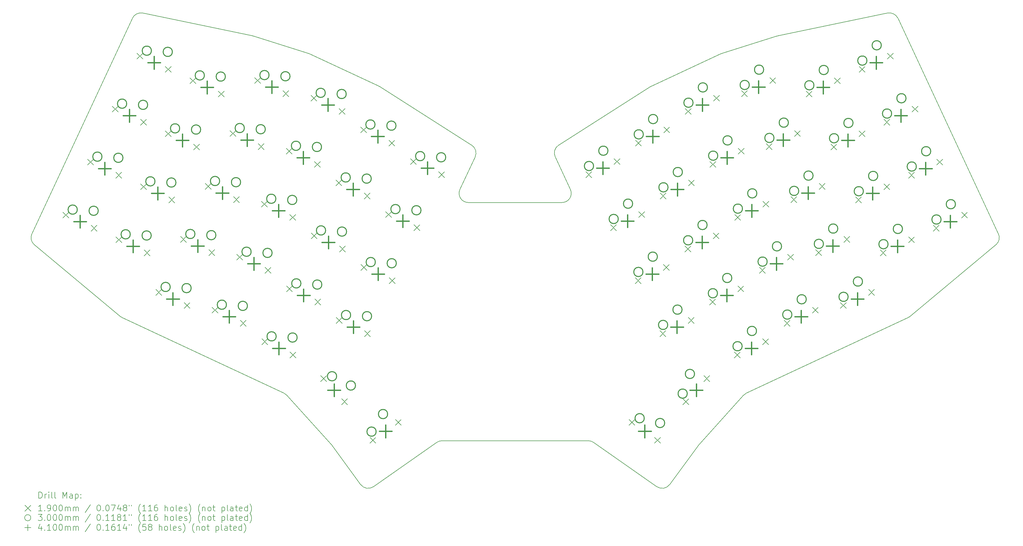
<source format=gbr>
%TF.GenerationSoftware,KiCad,Pcbnew,8.0.7*%
%TF.CreationDate,2024-12-25T21:28:27-05:00*%
%TF.ProjectId,mx,6d782e6b-6963-4616-945f-706362585858,v1.0.0*%
%TF.SameCoordinates,Original*%
%TF.FileFunction,Drillmap*%
%TF.FilePolarity,Positive*%
%FSLAX45Y45*%
G04 Gerber Fmt 4.5, Leading zero omitted, Abs format (unit mm)*
G04 Created by KiCad (PCBNEW 8.0.7) date 2024-12-25 21:28:27*
%MOMM*%
%LPD*%
G01*
G04 APERTURE LIST*
%ADD10C,0.150000*%
%ADD11C,0.200000*%
%ADD12C,0.190000*%
%ADD13C,0.300000*%
%ADD14C,0.410000*%
G04 APERTURE END LIST*
D10*
X14048078Y-8347818D02*
X12249127Y-7779796D01*
X22299017Y-13202224D02*
X19244612Y-13202224D01*
X25803076Y-22397092D02*
X26756733Y-21099194D01*
X33617872Y-16926740D02*
X36438710Y-14578435D01*
X13343414Y-19493834D02*
X14768083Y-21076090D01*
X19356753Y-11334381D02*
G75*
G02*
X19467559Y-11714249I-161073J-253079D01*
G01*
X13247406Y-19422751D02*
G75*
G02*
X13343412Y-19493835I-126946J-271829D01*
G01*
X14786895Y-21099194D02*
X15740552Y-22397092D01*
X5104919Y-14578436D02*
G75*
G02*
X5024968Y-14221089I191961J230566D01*
G01*
X26756733Y-21099194D02*
G75*
G02*
X26775546Y-21076090I241797J-177676D01*
G01*
X7990760Y-16967999D02*
G75*
G02*
X7925755Y-16926741I126990J271919D01*
G01*
X7990760Y-16967999D02*
X13247406Y-19422751D01*
X18216333Y-21021408D02*
G75*
G02*
X18388406Y-20967153I172057J-245692D01*
G01*
X32909969Y-7028887D02*
G75*
G02*
X33242745Y-7195858I60891J-293743D01*
G01*
X29294502Y-7779796D02*
X27495550Y-8347818D01*
X8300884Y-7195859D02*
G75*
G02*
X8633661Y-7028881I271896J-126781D01*
G01*
X14048078Y-8347818D02*
G75*
G02*
X14084534Y-8362003I-90398J-286262D01*
G01*
X22570909Y-12775439D02*
G75*
G02*
X22299017Y-13202224I-271899J-126781D01*
G01*
X12219681Y-7772117D02*
G75*
G02*
X12249126Y-7779796I-60961J-294023D01*
G01*
X25190022Y-9422903D02*
X22186875Y-11334381D01*
X36518662Y-14221087D02*
G75*
G02*
X36438707Y-14578432I-271892J-126783D01*
G01*
X33617872Y-16926740D02*
G75*
G02*
X33552868Y-16967999I-191832J230400D01*
G01*
X19244612Y-13202224D02*
G75*
G02*
X18972709Y-12775434I-22J299994D01*
G01*
X16319306Y-9404095D02*
G75*
G02*
X16353606Y-9422904I-126806J-271925D01*
G01*
X22076068Y-11714250D02*
X22570909Y-12775439D01*
X26775545Y-21076090D02*
X28200215Y-19493834D01*
X16154381Y-22465203D02*
G75*
G02*
X15740557Y-22397088I-172071J245733D01*
G01*
X36518662Y-14221087D02*
X33242744Y-7195859D01*
X5104919Y-14578436D02*
X7925756Y-16926740D01*
X27459094Y-8362003D02*
G75*
G02*
X27495550Y-8347818I126806J-271937D01*
G01*
X25190022Y-9422903D02*
G75*
G02*
X25224322Y-9404095I161148J-253197D01*
G01*
X14768083Y-21076090D02*
G75*
G02*
X14786895Y-21099194I-223293J-201030D01*
G01*
X16154381Y-22465203D02*
X18216333Y-21021408D01*
X18388406Y-20967154D02*
X23155222Y-20967154D01*
X22076068Y-11714250D02*
G75*
G02*
X22186871Y-11334376I271892J126791D01*
G01*
X18972719Y-12775439D02*
X19467560Y-11714250D01*
X23327295Y-21021409D02*
X25389248Y-22465203D01*
X32909969Y-7028887D02*
X29323948Y-7772117D01*
X23155222Y-20967154D02*
G75*
G02*
X23327294Y-21021410I-12J-300026D01*
G01*
X8300884Y-7195859D02*
X5024966Y-14221088D01*
X27459094Y-8362003D02*
X25224322Y-9404095D01*
X28296222Y-19422751D02*
X33552868Y-16968000D01*
X29294502Y-7779796D02*
G75*
G02*
X29323948Y-7772117I90298J-285964D01*
G01*
X19356753Y-11334381D02*
X16353606Y-9422904D01*
X16319306Y-9404095D02*
X14084534Y-8362003D01*
X12219681Y-7772117D02*
X8633660Y-7028887D01*
X28200215Y-19493834D02*
G75*
G02*
X28296222Y-19422749I222895J-200666D01*
G01*
X25803076Y-22397092D02*
G75*
G02*
X25389251Y-22465198I-241756J177662D01*
G01*
D11*
D12*
X6036363Y-13515049D02*
X6226363Y-13705049D01*
X6226363Y-13515049D02*
X6036363Y-13705049D01*
X6841451Y-11788533D02*
X7031451Y-11978533D01*
X7031451Y-11788533D02*
X6841451Y-11978533D01*
X6957172Y-13944429D02*
X7147172Y-14134429D01*
X7147172Y-13944429D02*
X6957172Y-14134429D01*
X7646538Y-10062017D02*
X7836538Y-10252017D01*
X7836538Y-10062017D02*
X7646538Y-10252017D01*
X7762260Y-12217913D02*
X7952260Y-12407913D01*
X7952260Y-12217913D02*
X7762260Y-12407913D01*
X7762879Y-14320137D02*
X7952879Y-14510137D01*
X7952879Y-14320137D02*
X7762879Y-14510137D01*
X8451626Y-8335500D02*
X8641626Y-8525500D01*
X8641626Y-8335500D02*
X8451626Y-8525500D01*
X8567347Y-10491397D02*
X8757347Y-10681397D01*
X8757347Y-10491397D02*
X8567347Y-10681397D01*
X8567967Y-12593620D02*
X8757967Y-12783620D01*
X8757967Y-12593620D02*
X8567967Y-12783620D01*
X8683688Y-14749517D02*
X8873688Y-14939517D01*
X8873688Y-14749517D02*
X8683688Y-14939517D01*
X9064664Y-16036064D02*
X9254664Y-16226064D01*
X9254664Y-16036064D02*
X9064664Y-16226064D01*
X9372435Y-8764880D02*
X9562435Y-8954880D01*
X9562435Y-8764880D02*
X9372435Y-8954880D01*
X9373055Y-10867104D02*
X9563055Y-11057104D01*
X9563055Y-10867104D02*
X9373055Y-11057104D01*
X9488776Y-13023000D02*
X9678776Y-13213000D01*
X9678776Y-13023000D02*
X9488776Y-13213000D01*
X9869752Y-14309548D02*
X10059752Y-14499548D01*
X10059752Y-14309548D02*
X9869752Y-14499548D01*
X9985473Y-16465444D02*
X10175473Y-16655444D01*
X10175473Y-16465444D02*
X9985473Y-16655444D01*
X10178143Y-9140588D02*
X10368143Y-9330588D01*
X10368143Y-9140588D02*
X10178143Y-9330588D01*
X10293863Y-11296484D02*
X10483863Y-11486484D01*
X10483863Y-11296484D02*
X10293863Y-11486484D01*
X10674840Y-12583031D02*
X10864840Y-12773031D01*
X10864840Y-12583031D02*
X10674840Y-12773031D01*
X10790561Y-14738928D02*
X10980561Y-14928928D01*
X10980561Y-14738928D02*
X10790561Y-14928928D01*
X10896835Y-16614575D02*
X11086835Y-16804575D01*
X11086835Y-16614575D02*
X10896835Y-16804575D01*
X11098952Y-9569968D02*
X11288951Y-9759968D01*
X11288951Y-9569968D02*
X11098952Y-9759968D01*
X11479927Y-10856515D02*
X11669927Y-11046515D01*
X11669927Y-10856515D02*
X11479927Y-11046515D01*
X11595649Y-13012412D02*
X11785649Y-13202412D01*
X11785649Y-13012412D02*
X11595649Y-13202412D01*
X11701923Y-14888058D02*
X11891923Y-15078058D01*
X11891923Y-14888058D02*
X11701923Y-15078058D01*
X11817644Y-17043955D02*
X12007644Y-17233955D01*
X12007644Y-17043955D02*
X11817644Y-17233955D01*
X12285015Y-9129999D02*
X12475015Y-9319999D01*
X12475015Y-9129999D02*
X12285015Y-9319999D01*
X12400736Y-11285895D02*
X12590736Y-11475895D01*
X12590736Y-11285895D02*
X12400736Y-11475895D01*
X12507011Y-13161542D02*
X12697011Y-13351542D01*
X12697011Y-13161542D02*
X12507011Y-13351542D01*
X12517697Y-17646240D02*
X12707697Y-17836240D01*
X12707697Y-17646240D02*
X12517697Y-17836240D01*
X12622732Y-15317439D02*
X12812732Y-15507439D01*
X12812732Y-15317439D02*
X12622732Y-15507439D01*
X13205824Y-9559379D02*
X13395824Y-9749379D01*
X13395824Y-9559379D02*
X13205824Y-9749379D01*
X13312098Y-11435026D02*
X13502098Y-11625026D01*
X13502098Y-11435026D02*
X13312098Y-11625026D01*
X13322784Y-15919723D02*
X13512784Y-16109723D01*
X13512784Y-15919723D02*
X13322784Y-16109723D01*
X13427819Y-13590922D02*
X13617819Y-13780922D01*
X13617819Y-13590922D02*
X13427819Y-13780922D01*
X13438506Y-18075620D02*
X13628506Y-18265620D01*
X13628506Y-18075620D02*
X13438506Y-18265620D01*
X14117186Y-9708510D02*
X14307186Y-9898510D01*
X14307186Y-9708510D02*
X14117186Y-9898510D01*
X14127872Y-14193207D02*
X14317872Y-14383207D01*
X14317872Y-14193207D02*
X14127872Y-14383207D01*
X14232907Y-11864406D02*
X14422907Y-12054406D01*
X14422907Y-11864406D02*
X14232907Y-12054406D01*
X14243593Y-16349103D02*
X14433593Y-16539103D01*
X14433593Y-16349103D02*
X14243593Y-16539103D01*
X14435848Y-18845782D02*
X14625848Y-19035782D01*
X14625848Y-18845782D02*
X14435848Y-19035782D01*
X14932960Y-12466690D02*
X15122960Y-12656690D01*
X15122960Y-12466690D02*
X14932960Y-12656690D01*
X14943646Y-16951388D02*
X15133646Y-17141388D01*
X15133646Y-16951388D02*
X14943646Y-17141388D01*
X15037995Y-10137890D02*
X15227995Y-10327890D01*
X15227995Y-10137890D02*
X15037995Y-10327890D01*
X15048681Y-14622587D02*
X15238681Y-14812587D01*
X15238681Y-14622587D02*
X15048681Y-14812587D01*
X15115684Y-19600817D02*
X15305684Y-19790817D01*
X15305684Y-19600817D02*
X15115684Y-19790817D01*
X15738048Y-10740174D02*
X15928048Y-10930174D01*
X15928048Y-10740174D02*
X15738048Y-10930174D01*
X15748734Y-15224871D02*
X15938734Y-15414871D01*
X15938734Y-15224871D02*
X15748734Y-15414871D01*
X15853769Y-12896071D02*
X16043769Y-13086071D01*
X16043769Y-12896071D02*
X15853769Y-13086071D01*
X15864455Y-17380768D02*
X16054455Y-17570768D01*
X16054455Y-17380768D02*
X15864455Y-17570768D01*
X16038295Y-20855947D02*
X16228295Y-21045947D01*
X16228295Y-20855947D02*
X16038295Y-21045947D01*
X16553822Y-13498355D02*
X16743822Y-13688355D01*
X16743822Y-13498355D02*
X16553822Y-13688355D01*
X16658857Y-11169555D02*
X16848857Y-11359554D01*
X16848857Y-11169555D02*
X16658857Y-11359554D01*
X16669543Y-15654252D02*
X16859543Y-15844252D01*
X16859543Y-15654252D02*
X16669543Y-15844252D01*
X16870553Y-20273194D02*
X17060553Y-20463194D01*
X17060553Y-20273194D02*
X16870553Y-20463194D01*
X17358910Y-11771839D02*
X17548910Y-11961839D01*
X17548910Y-11771839D02*
X17358910Y-11961839D01*
X17474631Y-13927735D02*
X17664631Y-14117735D01*
X17664631Y-13927735D02*
X17474631Y-14117735D01*
X18279719Y-12201219D02*
X18469719Y-12391219D01*
X18469719Y-12201219D02*
X18279719Y-12391219D01*
X23073910Y-12201219D02*
X23263910Y-12391219D01*
X23263910Y-12201219D02*
X23073910Y-12391219D01*
X23878997Y-13927736D02*
X24068997Y-14117736D01*
X24068997Y-13927736D02*
X23878997Y-14117736D01*
X23994719Y-11771839D02*
X24184719Y-11961839D01*
X24184719Y-11771839D02*
X23994719Y-11961839D01*
X24483075Y-20273193D02*
X24673075Y-20463193D01*
X24673075Y-20273193D02*
X24483075Y-20463193D01*
X24684085Y-15654252D02*
X24874085Y-15844252D01*
X24874085Y-15654252D02*
X24684085Y-15844252D01*
X24694772Y-11169554D02*
X24884772Y-11359554D01*
X24884772Y-11169554D02*
X24694772Y-11359554D01*
X24799806Y-13498355D02*
X24989806Y-13688355D01*
X24989806Y-13498355D02*
X24799806Y-13688355D01*
X25315333Y-20855947D02*
X25505333Y-21045947D01*
X25505333Y-20855947D02*
X25315333Y-21045947D01*
X25489173Y-17380768D02*
X25679173Y-17570768D01*
X25679173Y-17380768D02*
X25489173Y-17570768D01*
X25499859Y-12896071D02*
X25689859Y-13086071D01*
X25689859Y-12896071D02*
X25499859Y-13086071D01*
X25604894Y-15224871D02*
X25794894Y-15414871D01*
X25794894Y-15224871D02*
X25604894Y-15414871D01*
X25615580Y-10740174D02*
X25805580Y-10930174D01*
X25805580Y-10740174D02*
X25615580Y-10930174D01*
X26237944Y-19600817D02*
X26427944Y-19790817D01*
X26427944Y-19600817D02*
X26237944Y-19790817D01*
X26304947Y-14622587D02*
X26494947Y-14812587D01*
X26494947Y-14622587D02*
X26304947Y-14812587D01*
X26315633Y-10137890D02*
X26505633Y-10327890D01*
X26505633Y-10137890D02*
X26315633Y-10327890D01*
X26409982Y-16951388D02*
X26599982Y-17141388D01*
X26599982Y-16951388D02*
X26409982Y-17141388D01*
X26420668Y-12466690D02*
X26610668Y-12656690D01*
X26610668Y-12466690D02*
X26420668Y-12656690D01*
X26917780Y-18845782D02*
X27107780Y-19035782D01*
X27107780Y-18845782D02*
X26917780Y-19035782D01*
X27110035Y-16349103D02*
X27300035Y-16539103D01*
X27300035Y-16349103D02*
X27110035Y-16539103D01*
X27120720Y-11864406D02*
X27310720Y-12054406D01*
X27310720Y-11864406D02*
X27120720Y-12054406D01*
X27225756Y-14193207D02*
X27415756Y-14383207D01*
X27415756Y-14193207D02*
X27225756Y-14383207D01*
X27236442Y-9708509D02*
X27426442Y-9898509D01*
X27426442Y-9708509D02*
X27236442Y-9898509D01*
X27915123Y-18075620D02*
X28105123Y-18265620D01*
X28105123Y-18075620D02*
X27915123Y-18265620D01*
X27925809Y-13590922D02*
X28115809Y-13780922D01*
X28115809Y-13590922D02*
X27925809Y-13780922D01*
X28030844Y-15919723D02*
X28220844Y-16109723D01*
X28220844Y-15919723D02*
X28030844Y-16109723D01*
X28041529Y-11435026D02*
X28231529Y-11625026D01*
X28231529Y-11435026D02*
X28041529Y-11625026D01*
X28147804Y-9559379D02*
X28337804Y-9749379D01*
X28337804Y-9559379D02*
X28147804Y-9749379D01*
X28730896Y-15317439D02*
X28920896Y-15507439D01*
X28920896Y-15317439D02*
X28730896Y-15507439D01*
X28835931Y-17646240D02*
X29025931Y-17836240D01*
X29025931Y-17646240D02*
X28835931Y-17836240D01*
X28846618Y-13161542D02*
X29036618Y-13351542D01*
X29036618Y-13161542D02*
X28846618Y-13351542D01*
X28952892Y-11285895D02*
X29142892Y-11475895D01*
X29142892Y-11285895D02*
X28952892Y-11475895D01*
X29068613Y-9129999D02*
X29258613Y-9319999D01*
X29258613Y-9129999D02*
X29068613Y-9319999D01*
X29535984Y-17043955D02*
X29725984Y-17233955D01*
X29725984Y-17043955D02*
X29535984Y-17233955D01*
X29651705Y-14888058D02*
X29841705Y-15078058D01*
X29841705Y-14888058D02*
X29651705Y-15078058D01*
X29757980Y-13012411D02*
X29947980Y-13202411D01*
X29947980Y-13012411D02*
X29757980Y-13202411D01*
X29873700Y-10856515D02*
X30063700Y-11046515D01*
X30063700Y-10856515D02*
X29873700Y-11046515D01*
X30254677Y-9569968D02*
X30444677Y-9759968D01*
X30444677Y-9569968D02*
X30254677Y-9759968D01*
X30456793Y-16614575D02*
X30646793Y-16804575D01*
X30646793Y-16614575D02*
X30456793Y-16804575D01*
X30563067Y-14738928D02*
X30753067Y-14928928D01*
X30753067Y-14738928D02*
X30563067Y-14928928D01*
X30678788Y-12583031D02*
X30868788Y-12773031D01*
X30868788Y-12583031D02*
X30678788Y-12773031D01*
X31059764Y-11296484D02*
X31249764Y-11486484D01*
X31249764Y-11296484D02*
X31059764Y-11486484D01*
X31175486Y-9140588D02*
X31365486Y-9330588D01*
X31365486Y-9140588D02*
X31175486Y-9330588D01*
X31368155Y-16465444D02*
X31558155Y-16655444D01*
X31558155Y-16465444D02*
X31368155Y-16655444D01*
X31483876Y-14309547D02*
X31673876Y-14499547D01*
X31673876Y-14309547D02*
X31483876Y-14499547D01*
X31864853Y-13023001D02*
X32054853Y-13213001D01*
X32054853Y-13023001D02*
X31864853Y-13213001D01*
X31980573Y-10867104D02*
X32170573Y-11057104D01*
X32170573Y-10867104D02*
X31980573Y-11057104D01*
X31981194Y-8764880D02*
X32171194Y-8954880D01*
X32171194Y-8764880D02*
X31981194Y-8954880D01*
X32288964Y-16036064D02*
X32478964Y-16226064D01*
X32478964Y-16036064D02*
X32288964Y-16226064D01*
X32669940Y-14749517D02*
X32859940Y-14939517D01*
X32859940Y-14749517D02*
X32669940Y-14939517D01*
X32785662Y-12593620D02*
X32975662Y-12783620D01*
X32975662Y-12593620D02*
X32785662Y-12783620D01*
X32786281Y-10491397D02*
X32976281Y-10681397D01*
X32976281Y-10491397D02*
X32786281Y-10681397D01*
X32902003Y-8335500D02*
X33092003Y-8525500D01*
X33092003Y-8335500D02*
X32902003Y-8525500D01*
X33590749Y-14320137D02*
X33780749Y-14510137D01*
X33780749Y-14320137D02*
X33590749Y-14510137D01*
X33591369Y-12217913D02*
X33781369Y-12407913D01*
X33781369Y-12217913D02*
X33591369Y-12407913D01*
X33707090Y-10062017D02*
X33897090Y-10252017D01*
X33897090Y-10062017D02*
X33707090Y-10252017D01*
X34396457Y-13944429D02*
X34586457Y-14134429D01*
X34586457Y-13944429D02*
X34396457Y-14134429D01*
X34512178Y-11788533D02*
X34702178Y-11978533D01*
X34702178Y-11788533D02*
X34512178Y-11978533D01*
X35317266Y-13515049D02*
X35507266Y-13705049D01*
X35507266Y-13515049D02*
X35317266Y-13705049D01*
D13*
X6503809Y-13433520D02*
G75*
G02*
X6203809Y-13433520I-150000J0D01*
G01*
X6203809Y-13433520D02*
G75*
G02*
X6503809Y-13433520I150000J0D01*
G01*
X7186660Y-13471680D02*
G75*
G02*
X6886660Y-13471680I-150000J0D01*
G01*
X6886660Y-13471680D02*
G75*
G02*
X7186660Y-13471680I150000J0D01*
G01*
X7308897Y-11707003D02*
G75*
G02*
X7008897Y-11707003I-150000J0D01*
G01*
X7008897Y-11707003D02*
G75*
G02*
X7308897Y-11707003I150000J0D01*
G01*
X7991748Y-11745163D02*
G75*
G02*
X7691748Y-11745163I-150000J0D01*
G01*
X7691748Y-11745163D02*
G75*
G02*
X7991748Y-11745163I150000J0D01*
G01*
X8113985Y-9980487D02*
G75*
G02*
X7813985Y-9980487I-150000J0D01*
G01*
X7813985Y-9980487D02*
G75*
G02*
X8113985Y-9980487I150000J0D01*
G01*
X8230325Y-14238608D02*
G75*
G02*
X7930325Y-14238608I-150000J0D01*
G01*
X7930325Y-14238608D02*
G75*
G02*
X8230325Y-14238608I150000J0D01*
G01*
X8796835Y-10018647D02*
G75*
G02*
X8496835Y-10018647I-150000J0D01*
G01*
X8496835Y-10018647D02*
G75*
G02*
X8796835Y-10018647I150000J0D01*
G01*
X8913176Y-14276768D02*
G75*
G02*
X8613176Y-14276768I-150000J0D01*
G01*
X8613176Y-14276768D02*
G75*
G02*
X8913176Y-14276768I150000J0D01*
G01*
X8919072Y-8253971D02*
G75*
G02*
X8619072Y-8253971I-150000J0D01*
G01*
X8619072Y-8253971D02*
G75*
G02*
X8919072Y-8253971I150000J0D01*
G01*
X9035413Y-12512091D02*
G75*
G02*
X8735413Y-12512091I-150000J0D01*
G01*
X8735413Y-12512091D02*
G75*
G02*
X9035413Y-12512091I150000J0D01*
G01*
X9532110Y-15954534D02*
G75*
G02*
X9232110Y-15954534I-150000J0D01*
G01*
X9232110Y-15954534D02*
G75*
G02*
X9532110Y-15954534I150000J0D01*
G01*
X9601923Y-8292131D02*
G75*
G02*
X9301923Y-8292131I-150000J0D01*
G01*
X9301923Y-8292131D02*
G75*
G02*
X9601923Y-8292131I150000J0D01*
G01*
X9718264Y-12550251D02*
G75*
G02*
X9418264Y-12550251I-150000J0D01*
G01*
X9418264Y-12550251D02*
G75*
G02*
X9718264Y-12550251I150000J0D01*
G01*
X9840501Y-10785575D02*
G75*
G02*
X9540501Y-10785575I-150000J0D01*
G01*
X9540501Y-10785575D02*
G75*
G02*
X9840501Y-10785575I150000J0D01*
G01*
X10214961Y-15992695D02*
G75*
G02*
X9914961Y-15992695I-150000J0D01*
G01*
X9914961Y-15992695D02*
G75*
G02*
X10214961Y-15992695I150000J0D01*
G01*
X10337198Y-14228018D02*
G75*
G02*
X10037198Y-14228018I-150000J0D01*
G01*
X10037198Y-14228018D02*
G75*
G02*
X10337198Y-14228018I150000J0D01*
G01*
X10523351Y-10823735D02*
G75*
G02*
X10223351Y-10823735I-150000J0D01*
G01*
X10223351Y-10823735D02*
G75*
G02*
X10523351Y-10823735I150000J0D01*
G01*
X10645589Y-9059058D02*
G75*
G02*
X10345589Y-9059058I-150000J0D01*
G01*
X10345589Y-9059058D02*
G75*
G02*
X10645589Y-9059058I150000J0D01*
G01*
X11020049Y-14266179D02*
G75*
G02*
X10720049Y-14266179I-150000J0D01*
G01*
X10720049Y-14266179D02*
G75*
G02*
X11020049Y-14266179I150000J0D01*
G01*
X11142286Y-12501502D02*
G75*
G02*
X10842286Y-12501502I-150000J0D01*
G01*
X10842286Y-12501502D02*
G75*
G02*
X11142286Y-12501502I150000J0D01*
G01*
X11328439Y-9097219D02*
G75*
G02*
X11028439Y-9097219I-150000J0D01*
G01*
X11028439Y-9097219D02*
G75*
G02*
X11328439Y-9097219I150000J0D01*
G01*
X11364281Y-16533045D02*
G75*
G02*
X11064281Y-16533045I-150000J0D01*
G01*
X11064281Y-16533045D02*
G75*
G02*
X11364281Y-16533045I150000J0D01*
G01*
X11825136Y-12539662D02*
G75*
G02*
X11525136Y-12539662I-150000J0D01*
G01*
X11525136Y-12539662D02*
G75*
G02*
X11825136Y-12539662I150000J0D01*
G01*
X11947374Y-10774986D02*
G75*
G02*
X11647374Y-10774986I-150000J0D01*
G01*
X11647374Y-10774986D02*
G75*
G02*
X11947374Y-10774986I150000J0D01*
G01*
X12047131Y-16571206D02*
G75*
G02*
X11747131Y-16571206I-150000J0D01*
G01*
X11747131Y-16571206D02*
G75*
G02*
X12047131Y-16571206I150000J0D01*
G01*
X12169370Y-14806529D02*
G75*
G02*
X11869370Y-14806529I-150000J0D01*
G01*
X11869370Y-14806529D02*
G75*
G02*
X12169370Y-14806529I150000J0D01*
G01*
X12630224Y-10813146D02*
G75*
G02*
X12330224Y-10813146I-150000J0D01*
G01*
X12330224Y-10813146D02*
G75*
G02*
X12630224Y-10813146I150000J0D01*
G01*
X12752461Y-9048469D02*
G75*
G02*
X12452461Y-9048469I-150000J0D01*
G01*
X12452461Y-9048469D02*
G75*
G02*
X12752461Y-9048469I150000J0D01*
G01*
X12852220Y-14844689D02*
G75*
G02*
X12552220Y-14844689I-150000J0D01*
G01*
X12552220Y-14844689D02*
G75*
G02*
X12852220Y-14844689I150000J0D01*
G01*
X12974457Y-13080013D02*
G75*
G02*
X12674457Y-13080013I-150000J0D01*
G01*
X12674457Y-13080013D02*
G75*
G02*
X12974457Y-13080013I150000J0D01*
G01*
X12985143Y-17564710D02*
G75*
G02*
X12685143Y-17564710I-150000J0D01*
G01*
X12685143Y-17564710D02*
G75*
G02*
X12985143Y-17564710I150000J0D01*
G01*
X13435312Y-9086629D02*
G75*
G02*
X13135312Y-9086629I-150000J0D01*
G01*
X13135312Y-9086629D02*
G75*
G02*
X13435312Y-9086629I150000J0D01*
G01*
X13657307Y-13118173D02*
G75*
G02*
X13357307Y-13118173I-150000J0D01*
G01*
X13357307Y-13118173D02*
G75*
G02*
X13657307Y-13118173I150000J0D01*
G01*
X13667994Y-17602870D02*
G75*
G02*
X13367994Y-17602870I-150000J0D01*
G01*
X13367994Y-17602870D02*
G75*
G02*
X13667994Y-17602870I150000J0D01*
G01*
X13779545Y-11353496D02*
G75*
G02*
X13479545Y-11353496I-150000J0D01*
G01*
X13479545Y-11353496D02*
G75*
G02*
X13779545Y-11353496I150000J0D01*
G01*
X13790231Y-15838194D02*
G75*
G02*
X13490231Y-15838194I-150000J0D01*
G01*
X13490231Y-15838194D02*
G75*
G02*
X13790231Y-15838194I150000J0D01*
G01*
X14462395Y-11391657D02*
G75*
G02*
X14162395Y-11391657I-150000J0D01*
G01*
X14162395Y-11391657D02*
G75*
G02*
X14462395Y-11391657I150000J0D01*
G01*
X14473081Y-15876354D02*
G75*
G02*
X14173081Y-15876354I-150000J0D01*
G01*
X14173081Y-15876354D02*
G75*
G02*
X14473081Y-15876354I150000J0D01*
G01*
X14584633Y-9626980D02*
G75*
G02*
X14284633Y-9626980I-150000J0D01*
G01*
X14284633Y-9626980D02*
G75*
G02*
X14584633Y-9626980I150000J0D01*
G01*
X14595318Y-14111677D02*
G75*
G02*
X14295318Y-14111677I-150000J0D01*
G01*
X14295318Y-14111677D02*
G75*
G02*
X14595318Y-14111677I150000J0D01*
G01*
X14954586Y-18865202D02*
G75*
G02*
X14654586Y-18865202I-150000J0D01*
G01*
X14654586Y-18865202D02*
G75*
G02*
X14954586Y-18865202I150000J0D01*
G01*
X15267483Y-9665141D02*
G75*
G02*
X14967483Y-9665141I-150000J0D01*
G01*
X14967483Y-9665141D02*
G75*
G02*
X15267483Y-9665141I150000J0D01*
G01*
X15278169Y-14149838D02*
G75*
G02*
X14978169Y-14149838I-150000J0D01*
G01*
X14978169Y-14149838D02*
G75*
G02*
X15278169Y-14149838I150000J0D01*
G01*
X15400406Y-12385161D02*
G75*
G02*
X15100406Y-12385161I-150000J0D01*
G01*
X15100406Y-12385161D02*
G75*
G02*
X15400406Y-12385161I150000J0D01*
G01*
X15411092Y-16869858D02*
G75*
G02*
X15111092Y-16869858I-150000J0D01*
G01*
X15111092Y-16869858D02*
G75*
G02*
X15411092Y-16869858I150000J0D01*
G01*
X15568243Y-19167140D02*
G75*
G02*
X15268243Y-19167140I-150000J0D01*
G01*
X15268243Y-19167140D02*
G75*
G02*
X15568243Y-19167140I150000J0D01*
G01*
X16083257Y-12423321D02*
G75*
G02*
X15783257Y-12423321I-150000J0D01*
G01*
X15783257Y-12423321D02*
G75*
G02*
X16083257Y-12423321I150000J0D01*
G01*
X16093943Y-16908019D02*
G75*
G02*
X15793943Y-16908019I-150000J0D01*
G01*
X15793943Y-16908019D02*
G75*
G02*
X16093943Y-16908019I150000J0D01*
G01*
X16205494Y-10658645D02*
G75*
G02*
X15905494Y-10658645I-150000J0D01*
G01*
X15905494Y-10658645D02*
G75*
G02*
X16205494Y-10658645I150000J0D01*
G01*
X16216180Y-15143342D02*
G75*
G02*
X15916180Y-15143342I-150000J0D01*
G01*
X15916180Y-15143342D02*
G75*
G02*
X16216180Y-15143342I150000J0D01*
G01*
X16241639Y-20670039D02*
G75*
G02*
X15941639Y-20670039I-150000J0D01*
G01*
X15941639Y-20670039D02*
G75*
G02*
X16241639Y-20670039I150000J0D01*
G01*
X16616112Y-20097753D02*
G75*
G02*
X16316112Y-20097753I-150000J0D01*
G01*
X16316112Y-20097753D02*
G75*
G02*
X16616112Y-20097753I150000J0D01*
G01*
X16888345Y-10696805D02*
G75*
G02*
X16588345Y-10696805I-150000J0D01*
G01*
X16588345Y-10696805D02*
G75*
G02*
X16888345Y-10696805I150000J0D01*
G01*
X16899031Y-15181502D02*
G75*
G02*
X16599031Y-15181502I-150000J0D01*
G01*
X16599031Y-15181502D02*
G75*
G02*
X16899031Y-15181502I150000J0D01*
G01*
X17021268Y-13416826D02*
G75*
G02*
X16721268Y-13416826I-150000J0D01*
G01*
X16721268Y-13416826D02*
G75*
G02*
X17021268Y-13416826I150000J0D01*
G01*
X17704119Y-13454986D02*
G75*
G02*
X17404119Y-13454986I-150000J0D01*
G01*
X17404119Y-13454986D02*
G75*
G02*
X17704119Y-13454986I150000J0D01*
G01*
X17826356Y-11690309D02*
G75*
G02*
X17526356Y-11690309I-150000J0D01*
G01*
X17526356Y-11690309D02*
G75*
G02*
X17826356Y-11690309I150000J0D01*
G01*
X18509207Y-11728470D02*
G75*
G02*
X18209207Y-11728470I-150000J0D01*
G01*
X18209207Y-11728470D02*
G75*
G02*
X18509207Y-11728470I150000J0D01*
G01*
X23326666Y-12012344D02*
G75*
G02*
X23026666Y-12012344I-150000J0D01*
G01*
X23026666Y-12012344D02*
G75*
G02*
X23326666Y-12012344I150000J0D01*
G01*
X23794826Y-11513780D02*
G75*
G02*
X23494826Y-11513780I-150000J0D01*
G01*
X23494826Y-11513780D02*
G75*
G02*
X23794826Y-11513780I150000J0D01*
G01*
X24131753Y-13738861D02*
G75*
G02*
X23831753Y-13738861I-150000J0D01*
G01*
X23831753Y-13738861D02*
G75*
G02*
X24131753Y-13738861I150000J0D01*
G01*
X24599914Y-13240296D02*
G75*
G02*
X24299914Y-13240296I-150000J0D01*
G01*
X24299914Y-13240296D02*
G75*
G02*
X24599914Y-13240296I150000J0D01*
G01*
X24936842Y-15465377D02*
G75*
G02*
X24636842Y-15465377I-150000J0D01*
G01*
X24636842Y-15465377D02*
G75*
G02*
X24936842Y-15465377I150000J0D01*
G01*
X24947528Y-10980680D02*
G75*
G02*
X24647528Y-10980680I-150000J0D01*
G01*
X24647528Y-10980680D02*
G75*
G02*
X24947528Y-10980680I150000J0D01*
G01*
X24977796Y-20232973D02*
G75*
G02*
X24677796Y-20232973I-150000J0D01*
G01*
X24677796Y-20232973D02*
G75*
G02*
X24977796Y-20232973I150000J0D01*
G01*
X25405002Y-14966812D02*
G75*
G02*
X25105002Y-14966812I-150000J0D01*
G01*
X25105002Y-14966812D02*
G75*
G02*
X25405002Y-14966812I150000J0D01*
G01*
X25415688Y-10482115D02*
G75*
G02*
X25115688Y-10482115I-150000J0D01*
G01*
X25115688Y-10482115D02*
G75*
G02*
X25415688Y-10482115I150000J0D01*
G01*
X25643646Y-20389129D02*
G75*
G02*
X25343646Y-20389129I-150000J0D01*
G01*
X25343646Y-20389129D02*
G75*
G02*
X25643646Y-20389129I150000J0D01*
G01*
X25741929Y-17191894D02*
G75*
G02*
X25441929Y-17191894I-150000J0D01*
G01*
X25441929Y-17191894D02*
G75*
G02*
X25741929Y-17191894I150000J0D01*
G01*
X25752615Y-12707196D02*
G75*
G02*
X25452615Y-12707196I-150000J0D01*
G01*
X25452615Y-12707196D02*
G75*
G02*
X25752615Y-12707196I150000J0D01*
G01*
X26210090Y-16693329D02*
G75*
G02*
X25910090Y-16693329I-150000J0D01*
G01*
X25910090Y-16693329D02*
G75*
G02*
X26210090Y-16693329I150000J0D01*
G01*
X26220776Y-12208631D02*
G75*
G02*
X25920776Y-12208631I-150000J0D01*
G01*
X25920776Y-12208631D02*
G75*
G02*
X26220776Y-12208631I150000J0D01*
G01*
X26379164Y-19431478D02*
G75*
G02*
X26079164Y-19431478I-150000J0D01*
G01*
X26079164Y-19431478D02*
G75*
G02*
X26379164Y-19431478I150000J0D01*
G01*
X26557703Y-14433712D02*
G75*
G02*
X26257703Y-14433712I-150000J0D01*
G01*
X26257703Y-14433712D02*
G75*
G02*
X26557703Y-14433712I150000J0D01*
G01*
X26568389Y-9949015D02*
G75*
G02*
X26268389Y-9949015I-150000J0D01*
G01*
X26268389Y-9949015D02*
G75*
G02*
X26568389Y-9949015I150000J0D01*
G01*
X26615303Y-18789622D02*
G75*
G02*
X26315303Y-18789622I-150000J0D01*
G01*
X26315303Y-18789622D02*
G75*
G02*
X26615303Y-18789622I150000J0D01*
G01*
X27025864Y-13935147D02*
G75*
G02*
X26725864Y-13935147I-150000J0D01*
G01*
X26725864Y-13935147D02*
G75*
G02*
X27025864Y-13935147I150000J0D01*
G01*
X27036550Y-9450450D02*
G75*
G02*
X26736550Y-9450450I-150000J0D01*
G01*
X26736550Y-9450450D02*
G75*
G02*
X27036550Y-9450450I150000J0D01*
G01*
X27362791Y-16160229D02*
G75*
G02*
X27062791Y-16160229I-150000J0D01*
G01*
X27062791Y-16160229D02*
G75*
G02*
X27362791Y-16160229I150000J0D01*
G01*
X27373477Y-11675531D02*
G75*
G02*
X27073477Y-11675531I-150000J0D01*
G01*
X27073477Y-11675531D02*
G75*
G02*
X27373477Y-11675531I150000J0D01*
G01*
X27830951Y-15661664D02*
G75*
G02*
X27530951Y-15661664I-150000J0D01*
G01*
X27530951Y-15661664D02*
G75*
G02*
X27830951Y-15661664I150000J0D01*
G01*
X27841637Y-11176967D02*
G75*
G02*
X27541637Y-11176967I-150000J0D01*
G01*
X27541637Y-11176967D02*
G75*
G02*
X27841637Y-11176967I150000J0D01*
G01*
X28167879Y-17886745D02*
G75*
G02*
X27867879Y-17886745I-150000J0D01*
G01*
X27867879Y-17886745D02*
G75*
G02*
X28167879Y-17886745I150000J0D01*
G01*
X28178565Y-13402047D02*
G75*
G02*
X27878565Y-13402047I-150000J0D01*
G01*
X27878565Y-13402047D02*
G75*
G02*
X28178565Y-13402047I150000J0D01*
G01*
X28400560Y-9370504D02*
G75*
G02*
X28100560Y-9370504I-150000J0D01*
G01*
X28100560Y-9370504D02*
G75*
G02*
X28400560Y-9370504I150000J0D01*
G01*
X28636039Y-17388181D02*
G75*
G02*
X28336039Y-17388181I-150000J0D01*
G01*
X28336039Y-17388181D02*
G75*
G02*
X28636039Y-17388181I150000J0D01*
G01*
X28646725Y-12903483D02*
G75*
G02*
X28346725Y-12903483I-150000J0D01*
G01*
X28346725Y-12903483D02*
G75*
G02*
X28646725Y-12903483I150000J0D01*
G01*
X28868721Y-8871940D02*
G75*
G02*
X28568721Y-8871940I-150000J0D01*
G01*
X28568721Y-8871940D02*
G75*
G02*
X28868721Y-8871940I150000J0D01*
G01*
X28983653Y-15128564D02*
G75*
G02*
X28683653Y-15128564I-150000J0D01*
G01*
X28683653Y-15128564D02*
G75*
G02*
X28983653Y-15128564I150000J0D01*
G01*
X29205648Y-11097020D02*
G75*
G02*
X28905648Y-11097020I-150000J0D01*
G01*
X28905648Y-11097020D02*
G75*
G02*
X29205648Y-11097020I150000J0D01*
G01*
X29451813Y-14629999D02*
G75*
G02*
X29151813Y-14629999I-150000J0D01*
G01*
X29151813Y-14629999D02*
G75*
G02*
X29451813Y-14629999I150000J0D01*
G01*
X29673808Y-10598456D02*
G75*
G02*
X29373808Y-10598456I-150000J0D01*
G01*
X29373808Y-10598456D02*
G75*
G02*
X29673808Y-10598456I150000J0D01*
G01*
X29788741Y-16855080D02*
G75*
G02*
X29488741Y-16855080I-150000J0D01*
G01*
X29488741Y-16855080D02*
G75*
G02*
X29788741Y-16855080I150000J0D01*
G01*
X30010736Y-12823536D02*
G75*
G02*
X29710736Y-12823536I-150000J0D01*
G01*
X29710736Y-12823536D02*
G75*
G02*
X30010736Y-12823536I150000J0D01*
G01*
X30256901Y-16356515D02*
G75*
G02*
X29956901Y-16356515I-150000J0D01*
G01*
X29956901Y-16356515D02*
G75*
G02*
X30256901Y-16356515I150000J0D01*
G01*
X30478896Y-12324972D02*
G75*
G02*
X30178896Y-12324972I-150000J0D01*
G01*
X30178896Y-12324972D02*
G75*
G02*
X30478896Y-12324972I150000J0D01*
G01*
X30507433Y-9381093D02*
G75*
G02*
X30207433Y-9381093I-150000J0D01*
G01*
X30207433Y-9381093D02*
G75*
G02*
X30507433Y-9381093I150000J0D01*
G01*
X30815824Y-14550053D02*
G75*
G02*
X30515824Y-14550053I-150000J0D01*
G01*
X30515824Y-14550053D02*
G75*
G02*
X30815824Y-14550053I150000J0D01*
G01*
X30975594Y-8882529D02*
G75*
G02*
X30675594Y-8882529I-150000J0D01*
G01*
X30675594Y-8882529D02*
G75*
G02*
X30975594Y-8882529I150000J0D01*
G01*
X31283984Y-14051488D02*
G75*
G02*
X30983984Y-14051488I-150000J0D01*
G01*
X30983984Y-14051488D02*
G75*
G02*
X31283984Y-14051488I150000J0D01*
G01*
X31312521Y-11107610D02*
G75*
G02*
X31012521Y-11107610I-150000J0D01*
G01*
X31012521Y-11107610D02*
G75*
G02*
X31312521Y-11107610I150000J0D01*
G01*
X31620911Y-16276569D02*
G75*
G02*
X31320911Y-16276569I-150000J0D01*
G01*
X31320911Y-16276569D02*
G75*
G02*
X31620911Y-16276569I150000J0D01*
G01*
X31780681Y-10609045D02*
G75*
G02*
X31480681Y-10609045I-150000J0D01*
G01*
X31480681Y-10609045D02*
G75*
G02*
X31780681Y-10609045I150000J0D01*
G01*
X32089071Y-15778005D02*
G75*
G02*
X31789071Y-15778005I-150000J0D01*
G01*
X31789071Y-15778005D02*
G75*
G02*
X32089071Y-15778005I150000J0D01*
G01*
X32117609Y-12834126D02*
G75*
G02*
X31817609Y-12834126I-150000J0D01*
G01*
X31817609Y-12834126D02*
G75*
G02*
X32117609Y-12834126I150000J0D01*
G01*
X32233950Y-8576006D02*
G75*
G02*
X31933950Y-8576006I-150000J0D01*
G01*
X31933950Y-8576006D02*
G75*
G02*
X32233950Y-8576006I150000J0D01*
G01*
X32585769Y-12335561D02*
G75*
G02*
X32285769Y-12335561I-150000J0D01*
G01*
X32285769Y-12335561D02*
G75*
G02*
X32585769Y-12335561I150000J0D01*
G01*
X32702110Y-8077441D02*
G75*
G02*
X32402110Y-8077441I-150000J0D01*
G01*
X32402110Y-8077441D02*
G75*
G02*
X32702110Y-8077441I150000J0D01*
G01*
X32922696Y-14560642D02*
G75*
G02*
X32622696Y-14560642I-150000J0D01*
G01*
X32622696Y-14560642D02*
G75*
G02*
X32922696Y-14560642I150000J0D01*
G01*
X33039037Y-10302522D02*
G75*
G02*
X32739037Y-10302522I-150000J0D01*
G01*
X32739037Y-10302522D02*
G75*
G02*
X33039037Y-10302522I150000J0D01*
G01*
X33390857Y-14062077D02*
G75*
G02*
X33090857Y-14062077I-150000J0D01*
G01*
X33090857Y-14062077D02*
G75*
G02*
X33390857Y-14062077I150000J0D01*
G01*
X33507197Y-9803957D02*
G75*
G02*
X33207197Y-9803957I-150000J0D01*
G01*
X33207197Y-9803957D02*
G75*
G02*
X33507197Y-9803957I150000J0D01*
G01*
X33844126Y-12029038D02*
G75*
G02*
X33544125Y-12029038I-150000J0D01*
G01*
X33544125Y-12029038D02*
G75*
G02*
X33844126Y-12029038I150000J0D01*
G01*
X34312286Y-11530473D02*
G75*
G02*
X34012286Y-11530473I-150000J0D01*
G01*
X34012286Y-11530473D02*
G75*
G02*
X34312286Y-11530473I150000J0D01*
G01*
X34649213Y-13755554D02*
G75*
G02*
X34349213Y-13755554I-150000J0D01*
G01*
X34349213Y-13755554D02*
G75*
G02*
X34649213Y-13755554I150000J0D01*
G01*
X35117373Y-13256990D02*
G75*
G02*
X34817373Y-13256990I-150000J0D01*
G01*
X34817373Y-13256990D02*
G75*
G02*
X35117373Y-13256990I150000J0D01*
G01*
D14*
X6591767Y-13619739D02*
X6591767Y-14029739D01*
X6386767Y-13824739D02*
X6796767Y-13824739D01*
X7396855Y-11893223D02*
X7396855Y-12303223D01*
X7191855Y-12098223D02*
X7601855Y-12098223D01*
X8201943Y-10166707D02*
X8201943Y-10576707D01*
X7996943Y-10371707D02*
X8406943Y-10371707D01*
X8318284Y-14424827D02*
X8318284Y-14834827D01*
X8113284Y-14629827D02*
X8523284Y-14629827D01*
X9007031Y-8440190D02*
X9007031Y-8850190D01*
X8802031Y-8645190D02*
X9212031Y-8645190D01*
X9123371Y-12698310D02*
X9123371Y-13108310D01*
X8918371Y-12903310D02*
X9328371Y-12903310D01*
X9620068Y-16140754D02*
X9620068Y-16550754D01*
X9415068Y-16345754D02*
X9825068Y-16345754D01*
X9928459Y-10971794D02*
X9928459Y-11381794D01*
X9723459Y-11176794D02*
X10133459Y-11176794D01*
X10425157Y-14414238D02*
X10425157Y-14824238D01*
X10220157Y-14619238D02*
X10630157Y-14619238D01*
X10733547Y-9245278D02*
X10733547Y-9655278D01*
X10528547Y-9450278D02*
X10938547Y-9450278D01*
X11230244Y-12687721D02*
X11230244Y-13097721D01*
X11025244Y-12892721D02*
X11435244Y-12892721D01*
X11452239Y-16719265D02*
X11452239Y-17129265D01*
X11247239Y-16924265D02*
X11657239Y-16924265D01*
X12035332Y-10961205D02*
X12035332Y-11371205D01*
X11830332Y-11166205D02*
X12240332Y-11166205D01*
X12257328Y-14992748D02*
X12257328Y-15402748D01*
X12052328Y-15197748D02*
X12462328Y-15197748D01*
X12840419Y-9234689D02*
X12840419Y-9644689D01*
X12635419Y-9439689D02*
X13045419Y-9439689D01*
X13062415Y-13266232D02*
X13062415Y-13676232D01*
X12857415Y-13471232D02*
X13267415Y-13471232D01*
X13073101Y-17750930D02*
X13073101Y-18160930D01*
X12868101Y-17955930D02*
X13278101Y-17955930D01*
X13867503Y-11539716D02*
X13867503Y-11949716D01*
X13662503Y-11744716D02*
X14072503Y-11744716D01*
X13878189Y-16024413D02*
X13878189Y-16434413D01*
X13673189Y-16229413D02*
X14083189Y-16229413D01*
X14672591Y-9813200D02*
X14672591Y-10223200D01*
X14467591Y-10018200D02*
X14877591Y-10018200D01*
X14683277Y-14297897D02*
X14683277Y-14707897D01*
X14478277Y-14502897D02*
X14888277Y-14502897D01*
X14870766Y-19113299D02*
X14870766Y-19523299D01*
X14665766Y-19318299D02*
X15075766Y-19318299D01*
X15488364Y-12571381D02*
X15488364Y-12981381D01*
X15283364Y-12776381D02*
X15693364Y-12776381D01*
X15499051Y-17056078D02*
X15499051Y-17466078D01*
X15294051Y-17261078D02*
X15704051Y-17261078D01*
X16293452Y-10844864D02*
X16293452Y-11254864D01*
X16088452Y-11049864D02*
X16498452Y-11049864D01*
X16304138Y-15329562D02*
X16304138Y-15739562D01*
X16099138Y-15534562D02*
X16509138Y-15534562D01*
X16549424Y-20454571D02*
X16549424Y-20864571D01*
X16344424Y-20659571D02*
X16754424Y-20659571D01*
X17109226Y-13603045D02*
X17109226Y-14013045D01*
X16904226Y-13808045D02*
X17314226Y-13808045D01*
X17914314Y-11876529D02*
X17914314Y-12286529D01*
X17709314Y-12081529D02*
X18119314Y-12081529D01*
X23629314Y-11876529D02*
X23629314Y-12286529D01*
X23424314Y-12081529D02*
X23834314Y-12081529D01*
X24434402Y-13603045D02*
X24434402Y-14013045D01*
X24229402Y-13808045D02*
X24639402Y-13808045D01*
X24994204Y-20454570D02*
X24994204Y-20864570D01*
X24789204Y-20659570D02*
X25199204Y-20659570D01*
X25239490Y-15329562D02*
X25239490Y-15739562D01*
X25034490Y-15534562D02*
X25444490Y-15534562D01*
X25250176Y-10844864D02*
X25250176Y-11254864D01*
X25045176Y-11049864D02*
X25455176Y-11049864D01*
X26044577Y-17056078D02*
X26044577Y-17466078D01*
X25839577Y-17261078D02*
X26249577Y-17261078D01*
X26055264Y-12571381D02*
X26055264Y-12981381D01*
X25850264Y-12776381D02*
X26260264Y-12776381D01*
X26672862Y-19113299D02*
X26672862Y-19523299D01*
X26467862Y-19318299D02*
X26877862Y-19318299D01*
X26860351Y-14297897D02*
X26860351Y-14707897D01*
X26655351Y-14502897D02*
X27065351Y-14502897D01*
X26871038Y-9813199D02*
X26871038Y-10223199D01*
X26666038Y-10018199D02*
X27076038Y-10018199D01*
X27665439Y-16024413D02*
X27665439Y-16434413D01*
X27460439Y-16229413D02*
X27870439Y-16229413D01*
X27676125Y-11539716D02*
X27676125Y-11949716D01*
X27471125Y-11744716D02*
X27881125Y-11744716D01*
X28470527Y-17750930D02*
X28470527Y-18160930D01*
X28265527Y-17955930D02*
X28675527Y-17955930D01*
X28481213Y-13266232D02*
X28481213Y-13676232D01*
X28276213Y-13471232D02*
X28686213Y-13471232D01*
X28703208Y-9234689D02*
X28703208Y-9644689D01*
X28498208Y-9439689D02*
X28908208Y-9439689D01*
X29286301Y-14992749D02*
X29286301Y-15402749D01*
X29081301Y-15197749D02*
X29491301Y-15197749D01*
X29508296Y-10961205D02*
X29508296Y-11371205D01*
X29303296Y-11166205D02*
X29713296Y-11166205D01*
X30091389Y-16719265D02*
X30091389Y-17129265D01*
X29886389Y-16924265D02*
X30296389Y-16924265D01*
X30313384Y-12687721D02*
X30313384Y-13097721D01*
X30108384Y-12892721D02*
X30518384Y-12892721D01*
X30810081Y-9245278D02*
X30810081Y-9655278D01*
X30605081Y-9450278D02*
X31015081Y-9450278D01*
X31118472Y-14414238D02*
X31118472Y-14824238D01*
X30913472Y-14619238D02*
X31323472Y-14619238D01*
X31615169Y-10971794D02*
X31615169Y-11381794D01*
X31410169Y-11176794D02*
X31820169Y-11176794D01*
X31923559Y-16140754D02*
X31923559Y-16550754D01*
X31718559Y-16345754D02*
X32128559Y-16345754D01*
X32420257Y-12698310D02*
X32420257Y-13108310D01*
X32215257Y-12903310D02*
X32625257Y-12903310D01*
X32536598Y-8440190D02*
X32536598Y-8850190D01*
X32331598Y-8645190D02*
X32741598Y-8645190D01*
X33225345Y-14424827D02*
X33225345Y-14834827D01*
X33020345Y-14629827D02*
X33430345Y-14629827D01*
X33341685Y-10166707D02*
X33341685Y-10576707D01*
X33136685Y-10371707D02*
X33546685Y-10371707D01*
X34146774Y-11893223D02*
X34146774Y-12303223D01*
X33941774Y-12098223D02*
X34351774Y-12098223D01*
X34951861Y-13619739D02*
X34951861Y-14029739D01*
X34746861Y-13824739D02*
X35156861Y-13824739D01*
D11*
X5250141Y-22838442D02*
X5250141Y-22638442D01*
X5250141Y-22638442D02*
X5297760Y-22638442D01*
X5297760Y-22638442D02*
X5326331Y-22647966D01*
X5326331Y-22647966D02*
X5345379Y-22667013D01*
X5345379Y-22667013D02*
X5354903Y-22686061D01*
X5354903Y-22686061D02*
X5364426Y-22724156D01*
X5364426Y-22724156D02*
X5364426Y-22752728D01*
X5364426Y-22752728D02*
X5354903Y-22790823D01*
X5354903Y-22790823D02*
X5345379Y-22809871D01*
X5345379Y-22809871D02*
X5326331Y-22828918D01*
X5326331Y-22828918D02*
X5297760Y-22838442D01*
X5297760Y-22838442D02*
X5250141Y-22838442D01*
X5450141Y-22838442D02*
X5450141Y-22705109D01*
X5450141Y-22743204D02*
X5459665Y-22724156D01*
X5459665Y-22724156D02*
X5469188Y-22714632D01*
X5469188Y-22714632D02*
X5488236Y-22705109D01*
X5488236Y-22705109D02*
X5507284Y-22705109D01*
X5573950Y-22838442D02*
X5573950Y-22705109D01*
X5573950Y-22638442D02*
X5564426Y-22647966D01*
X5564426Y-22647966D02*
X5573950Y-22657490D01*
X5573950Y-22657490D02*
X5583474Y-22647966D01*
X5583474Y-22647966D02*
X5573950Y-22638442D01*
X5573950Y-22638442D02*
X5573950Y-22657490D01*
X5697760Y-22838442D02*
X5678712Y-22828918D01*
X5678712Y-22828918D02*
X5669188Y-22809871D01*
X5669188Y-22809871D02*
X5669188Y-22638442D01*
X5802522Y-22838442D02*
X5783474Y-22828918D01*
X5783474Y-22828918D02*
X5773950Y-22809871D01*
X5773950Y-22809871D02*
X5773950Y-22638442D01*
X6031093Y-22838442D02*
X6031093Y-22638442D01*
X6031093Y-22638442D02*
X6097760Y-22781299D01*
X6097760Y-22781299D02*
X6164426Y-22638442D01*
X6164426Y-22638442D02*
X6164426Y-22838442D01*
X6345379Y-22838442D02*
X6345379Y-22733680D01*
X6345379Y-22733680D02*
X6335855Y-22714632D01*
X6335855Y-22714632D02*
X6316807Y-22705109D01*
X6316807Y-22705109D02*
X6278712Y-22705109D01*
X6278712Y-22705109D02*
X6259664Y-22714632D01*
X6345379Y-22828918D02*
X6326331Y-22838442D01*
X6326331Y-22838442D02*
X6278712Y-22838442D01*
X6278712Y-22838442D02*
X6259664Y-22828918D01*
X6259664Y-22828918D02*
X6250141Y-22809871D01*
X6250141Y-22809871D02*
X6250141Y-22790823D01*
X6250141Y-22790823D02*
X6259664Y-22771775D01*
X6259664Y-22771775D02*
X6278712Y-22762252D01*
X6278712Y-22762252D02*
X6326331Y-22762252D01*
X6326331Y-22762252D02*
X6345379Y-22752728D01*
X6440617Y-22705109D02*
X6440617Y-22905109D01*
X6440617Y-22714632D02*
X6459664Y-22705109D01*
X6459664Y-22705109D02*
X6497760Y-22705109D01*
X6497760Y-22705109D02*
X6516807Y-22714632D01*
X6516807Y-22714632D02*
X6526331Y-22724156D01*
X6526331Y-22724156D02*
X6535855Y-22743204D01*
X6535855Y-22743204D02*
X6535855Y-22800347D01*
X6535855Y-22800347D02*
X6526331Y-22819394D01*
X6526331Y-22819394D02*
X6516807Y-22828918D01*
X6516807Y-22828918D02*
X6497760Y-22838442D01*
X6497760Y-22838442D02*
X6459664Y-22838442D01*
X6459664Y-22838442D02*
X6440617Y-22828918D01*
X6621569Y-22819394D02*
X6631093Y-22828918D01*
X6631093Y-22828918D02*
X6621569Y-22838442D01*
X6621569Y-22838442D02*
X6612045Y-22828918D01*
X6612045Y-22828918D02*
X6621569Y-22819394D01*
X6621569Y-22819394D02*
X6621569Y-22838442D01*
X6621569Y-22714632D02*
X6631093Y-22724156D01*
X6631093Y-22724156D02*
X6621569Y-22733680D01*
X6621569Y-22733680D02*
X6612045Y-22724156D01*
X6612045Y-22724156D02*
X6621569Y-22714632D01*
X6621569Y-22714632D02*
X6621569Y-22733680D01*
D12*
X4799364Y-23071958D02*
X4989364Y-23261958D01*
X4989364Y-23071958D02*
X4799364Y-23261958D01*
D11*
X5354903Y-23258442D02*
X5240617Y-23258442D01*
X5297760Y-23258442D02*
X5297760Y-23058442D01*
X5297760Y-23058442D02*
X5278712Y-23087013D01*
X5278712Y-23087013D02*
X5259665Y-23106061D01*
X5259665Y-23106061D02*
X5240617Y-23115585D01*
X5440617Y-23239394D02*
X5450141Y-23248918D01*
X5450141Y-23248918D02*
X5440617Y-23258442D01*
X5440617Y-23258442D02*
X5431093Y-23248918D01*
X5431093Y-23248918D02*
X5440617Y-23239394D01*
X5440617Y-23239394D02*
X5440617Y-23258442D01*
X5545379Y-23258442D02*
X5583474Y-23258442D01*
X5583474Y-23258442D02*
X5602522Y-23248918D01*
X5602522Y-23248918D02*
X5612045Y-23239394D01*
X5612045Y-23239394D02*
X5631093Y-23210823D01*
X5631093Y-23210823D02*
X5640617Y-23172728D01*
X5640617Y-23172728D02*
X5640617Y-23096537D01*
X5640617Y-23096537D02*
X5631093Y-23077490D01*
X5631093Y-23077490D02*
X5621569Y-23067966D01*
X5621569Y-23067966D02*
X5602522Y-23058442D01*
X5602522Y-23058442D02*
X5564426Y-23058442D01*
X5564426Y-23058442D02*
X5545379Y-23067966D01*
X5545379Y-23067966D02*
X5535855Y-23077490D01*
X5535855Y-23077490D02*
X5526331Y-23096537D01*
X5526331Y-23096537D02*
X5526331Y-23144156D01*
X5526331Y-23144156D02*
X5535855Y-23163204D01*
X5535855Y-23163204D02*
X5545379Y-23172728D01*
X5545379Y-23172728D02*
X5564426Y-23182252D01*
X5564426Y-23182252D02*
X5602522Y-23182252D01*
X5602522Y-23182252D02*
X5621569Y-23172728D01*
X5621569Y-23172728D02*
X5631093Y-23163204D01*
X5631093Y-23163204D02*
X5640617Y-23144156D01*
X5764426Y-23058442D02*
X5783474Y-23058442D01*
X5783474Y-23058442D02*
X5802522Y-23067966D01*
X5802522Y-23067966D02*
X5812045Y-23077490D01*
X5812045Y-23077490D02*
X5821569Y-23096537D01*
X5821569Y-23096537D02*
X5831093Y-23134632D01*
X5831093Y-23134632D02*
X5831093Y-23182252D01*
X5831093Y-23182252D02*
X5821569Y-23220347D01*
X5821569Y-23220347D02*
X5812045Y-23239394D01*
X5812045Y-23239394D02*
X5802522Y-23248918D01*
X5802522Y-23248918D02*
X5783474Y-23258442D01*
X5783474Y-23258442D02*
X5764426Y-23258442D01*
X5764426Y-23258442D02*
X5745379Y-23248918D01*
X5745379Y-23248918D02*
X5735855Y-23239394D01*
X5735855Y-23239394D02*
X5726331Y-23220347D01*
X5726331Y-23220347D02*
X5716807Y-23182252D01*
X5716807Y-23182252D02*
X5716807Y-23134632D01*
X5716807Y-23134632D02*
X5726331Y-23096537D01*
X5726331Y-23096537D02*
X5735855Y-23077490D01*
X5735855Y-23077490D02*
X5745379Y-23067966D01*
X5745379Y-23067966D02*
X5764426Y-23058442D01*
X5954903Y-23058442D02*
X5973950Y-23058442D01*
X5973950Y-23058442D02*
X5992998Y-23067966D01*
X5992998Y-23067966D02*
X6002522Y-23077490D01*
X6002522Y-23077490D02*
X6012045Y-23096537D01*
X6012045Y-23096537D02*
X6021569Y-23134632D01*
X6021569Y-23134632D02*
X6021569Y-23182252D01*
X6021569Y-23182252D02*
X6012045Y-23220347D01*
X6012045Y-23220347D02*
X6002522Y-23239394D01*
X6002522Y-23239394D02*
X5992998Y-23248918D01*
X5992998Y-23248918D02*
X5973950Y-23258442D01*
X5973950Y-23258442D02*
X5954903Y-23258442D01*
X5954903Y-23258442D02*
X5935855Y-23248918D01*
X5935855Y-23248918D02*
X5926331Y-23239394D01*
X5926331Y-23239394D02*
X5916807Y-23220347D01*
X5916807Y-23220347D02*
X5907284Y-23182252D01*
X5907284Y-23182252D02*
X5907284Y-23134632D01*
X5907284Y-23134632D02*
X5916807Y-23096537D01*
X5916807Y-23096537D02*
X5926331Y-23077490D01*
X5926331Y-23077490D02*
X5935855Y-23067966D01*
X5935855Y-23067966D02*
X5954903Y-23058442D01*
X6107284Y-23258442D02*
X6107284Y-23125109D01*
X6107284Y-23144156D02*
X6116807Y-23134632D01*
X6116807Y-23134632D02*
X6135855Y-23125109D01*
X6135855Y-23125109D02*
X6164426Y-23125109D01*
X6164426Y-23125109D02*
X6183474Y-23134632D01*
X6183474Y-23134632D02*
X6192998Y-23153680D01*
X6192998Y-23153680D02*
X6192998Y-23258442D01*
X6192998Y-23153680D02*
X6202522Y-23134632D01*
X6202522Y-23134632D02*
X6221569Y-23125109D01*
X6221569Y-23125109D02*
X6250141Y-23125109D01*
X6250141Y-23125109D02*
X6269188Y-23134632D01*
X6269188Y-23134632D02*
X6278712Y-23153680D01*
X6278712Y-23153680D02*
X6278712Y-23258442D01*
X6373950Y-23258442D02*
X6373950Y-23125109D01*
X6373950Y-23144156D02*
X6383474Y-23134632D01*
X6383474Y-23134632D02*
X6402522Y-23125109D01*
X6402522Y-23125109D02*
X6431093Y-23125109D01*
X6431093Y-23125109D02*
X6450141Y-23134632D01*
X6450141Y-23134632D02*
X6459665Y-23153680D01*
X6459665Y-23153680D02*
X6459665Y-23258442D01*
X6459665Y-23153680D02*
X6469188Y-23134632D01*
X6469188Y-23134632D02*
X6488236Y-23125109D01*
X6488236Y-23125109D02*
X6516807Y-23125109D01*
X6516807Y-23125109D02*
X6535855Y-23134632D01*
X6535855Y-23134632D02*
X6545379Y-23153680D01*
X6545379Y-23153680D02*
X6545379Y-23258442D01*
X6935855Y-23048918D02*
X6764427Y-23306061D01*
X7192998Y-23058442D02*
X7212046Y-23058442D01*
X7212046Y-23058442D02*
X7231093Y-23067966D01*
X7231093Y-23067966D02*
X7240617Y-23077490D01*
X7240617Y-23077490D02*
X7250141Y-23096537D01*
X7250141Y-23096537D02*
X7259665Y-23134632D01*
X7259665Y-23134632D02*
X7259665Y-23182252D01*
X7259665Y-23182252D02*
X7250141Y-23220347D01*
X7250141Y-23220347D02*
X7240617Y-23239394D01*
X7240617Y-23239394D02*
X7231093Y-23248918D01*
X7231093Y-23248918D02*
X7212046Y-23258442D01*
X7212046Y-23258442D02*
X7192998Y-23258442D01*
X7192998Y-23258442D02*
X7173950Y-23248918D01*
X7173950Y-23248918D02*
X7164427Y-23239394D01*
X7164427Y-23239394D02*
X7154903Y-23220347D01*
X7154903Y-23220347D02*
X7145379Y-23182252D01*
X7145379Y-23182252D02*
X7145379Y-23134632D01*
X7145379Y-23134632D02*
X7154903Y-23096537D01*
X7154903Y-23096537D02*
X7164427Y-23077490D01*
X7164427Y-23077490D02*
X7173950Y-23067966D01*
X7173950Y-23067966D02*
X7192998Y-23058442D01*
X7345379Y-23239394D02*
X7354903Y-23248918D01*
X7354903Y-23248918D02*
X7345379Y-23258442D01*
X7345379Y-23258442D02*
X7335855Y-23248918D01*
X7335855Y-23248918D02*
X7345379Y-23239394D01*
X7345379Y-23239394D02*
X7345379Y-23258442D01*
X7478712Y-23058442D02*
X7497760Y-23058442D01*
X7497760Y-23058442D02*
X7516808Y-23067966D01*
X7516808Y-23067966D02*
X7526331Y-23077490D01*
X7526331Y-23077490D02*
X7535855Y-23096537D01*
X7535855Y-23096537D02*
X7545379Y-23134632D01*
X7545379Y-23134632D02*
X7545379Y-23182252D01*
X7545379Y-23182252D02*
X7535855Y-23220347D01*
X7535855Y-23220347D02*
X7526331Y-23239394D01*
X7526331Y-23239394D02*
X7516808Y-23248918D01*
X7516808Y-23248918D02*
X7497760Y-23258442D01*
X7497760Y-23258442D02*
X7478712Y-23258442D01*
X7478712Y-23258442D02*
X7459665Y-23248918D01*
X7459665Y-23248918D02*
X7450141Y-23239394D01*
X7450141Y-23239394D02*
X7440617Y-23220347D01*
X7440617Y-23220347D02*
X7431093Y-23182252D01*
X7431093Y-23182252D02*
X7431093Y-23134632D01*
X7431093Y-23134632D02*
X7440617Y-23096537D01*
X7440617Y-23096537D02*
X7450141Y-23077490D01*
X7450141Y-23077490D02*
X7459665Y-23067966D01*
X7459665Y-23067966D02*
X7478712Y-23058442D01*
X7612046Y-23058442D02*
X7745379Y-23058442D01*
X7745379Y-23058442D02*
X7659665Y-23258442D01*
X7907284Y-23125109D02*
X7907284Y-23258442D01*
X7859665Y-23048918D02*
X7812046Y-23191775D01*
X7812046Y-23191775D02*
X7935855Y-23191775D01*
X8040617Y-23144156D02*
X8021569Y-23134632D01*
X8021569Y-23134632D02*
X8012046Y-23125109D01*
X8012046Y-23125109D02*
X8002522Y-23106061D01*
X8002522Y-23106061D02*
X8002522Y-23096537D01*
X8002522Y-23096537D02*
X8012046Y-23077490D01*
X8012046Y-23077490D02*
X8021569Y-23067966D01*
X8021569Y-23067966D02*
X8040617Y-23058442D01*
X8040617Y-23058442D02*
X8078712Y-23058442D01*
X8078712Y-23058442D02*
X8097760Y-23067966D01*
X8097760Y-23067966D02*
X8107284Y-23077490D01*
X8107284Y-23077490D02*
X8116808Y-23096537D01*
X8116808Y-23096537D02*
X8116808Y-23106061D01*
X8116808Y-23106061D02*
X8107284Y-23125109D01*
X8107284Y-23125109D02*
X8097760Y-23134632D01*
X8097760Y-23134632D02*
X8078712Y-23144156D01*
X8078712Y-23144156D02*
X8040617Y-23144156D01*
X8040617Y-23144156D02*
X8021569Y-23153680D01*
X8021569Y-23153680D02*
X8012046Y-23163204D01*
X8012046Y-23163204D02*
X8002522Y-23182252D01*
X8002522Y-23182252D02*
X8002522Y-23220347D01*
X8002522Y-23220347D02*
X8012046Y-23239394D01*
X8012046Y-23239394D02*
X8021569Y-23248918D01*
X8021569Y-23248918D02*
X8040617Y-23258442D01*
X8040617Y-23258442D02*
X8078712Y-23258442D01*
X8078712Y-23258442D02*
X8097760Y-23248918D01*
X8097760Y-23248918D02*
X8107284Y-23239394D01*
X8107284Y-23239394D02*
X8116808Y-23220347D01*
X8116808Y-23220347D02*
X8116808Y-23182252D01*
X8116808Y-23182252D02*
X8107284Y-23163204D01*
X8107284Y-23163204D02*
X8097760Y-23153680D01*
X8097760Y-23153680D02*
X8078712Y-23144156D01*
X8192998Y-23058442D02*
X8192998Y-23096537D01*
X8269189Y-23058442D02*
X8269189Y-23096537D01*
X8564427Y-23334632D02*
X8554903Y-23325109D01*
X8554903Y-23325109D02*
X8535855Y-23296537D01*
X8535855Y-23296537D02*
X8526332Y-23277490D01*
X8526332Y-23277490D02*
X8516808Y-23248918D01*
X8516808Y-23248918D02*
X8507284Y-23201299D01*
X8507284Y-23201299D02*
X8507284Y-23163204D01*
X8507284Y-23163204D02*
X8516808Y-23115585D01*
X8516808Y-23115585D02*
X8526332Y-23087013D01*
X8526332Y-23087013D02*
X8535855Y-23067966D01*
X8535855Y-23067966D02*
X8554903Y-23039394D01*
X8554903Y-23039394D02*
X8564427Y-23029871D01*
X8745379Y-23258442D02*
X8631093Y-23258442D01*
X8688236Y-23258442D02*
X8688236Y-23058442D01*
X8688236Y-23058442D02*
X8669189Y-23087013D01*
X8669189Y-23087013D02*
X8650141Y-23106061D01*
X8650141Y-23106061D02*
X8631093Y-23115585D01*
X8935855Y-23258442D02*
X8821570Y-23258442D01*
X8878712Y-23258442D02*
X8878712Y-23058442D01*
X8878712Y-23058442D02*
X8859665Y-23087013D01*
X8859665Y-23087013D02*
X8840617Y-23106061D01*
X8840617Y-23106061D02*
X8821570Y-23115585D01*
X9107284Y-23058442D02*
X9069189Y-23058442D01*
X9069189Y-23058442D02*
X9050141Y-23067966D01*
X9050141Y-23067966D02*
X9040617Y-23077490D01*
X9040617Y-23077490D02*
X9021570Y-23106061D01*
X9021570Y-23106061D02*
X9012046Y-23144156D01*
X9012046Y-23144156D02*
X9012046Y-23220347D01*
X9012046Y-23220347D02*
X9021570Y-23239394D01*
X9021570Y-23239394D02*
X9031093Y-23248918D01*
X9031093Y-23248918D02*
X9050141Y-23258442D01*
X9050141Y-23258442D02*
X9088236Y-23258442D01*
X9088236Y-23258442D02*
X9107284Y-23248918D01*
X9107284Y-23248918D02*
X9116808Y-23239394D01*
X9116808Y-23239394D02*
X9126332Y-23220347D01*
X9126332Y-23220347D02*
X9126332Y-23172728D01*
X9126332Y-23172728D02*
X9116808Y-23153680D01*
X9116808Y-23153680D02*
X9107284Y-23144156D01*
X9107284Y-23144156D02*
X9088236Y-23134632D01*
X9088236Y-23134632D02*
X9050141Y-23134632D01*
X9050141Y-23134632D02*
X9031093Y-23144156D01*
X9031093Y-23144156D02*
X9021570Y-23153680D01*
X9021570Y-23153680D02*
X9012046Y-23172728D01*
X9364427Y-23258442D02*
X9364427Y-23058442D01*
X9450141Y-23258442D02*
X9450141Y-23153680D01*
X9450141Y-23153680D02*
X9440617Y-23134632D01*
X9440617Y-23134632D02*
X9421570Y-23125109D01*
X9421570Y-23125109D02*
X9392998Y-23125109D01*
X9392998Y-23125109D02*
X9373951Y-23134632D01*
X9373951Y-23134632D02*
X9364427Y-23144156D01*
X9573951Y-23258442D02*
X9554903Y-23248918D01*
X9554903Y-23248918D02*
X9545379Y-23239394D01*
X9545379Y-23239394D02*
X9535855Y-23220347D01*
X9535855Y-23220347D02*
X9535855Y-23163204D01*
X9535855Y-23163204D02*
X9545379Y-23144156D01*
X9545379Y-23144156D02*
X9554903Y-23134632D01*
X9554903Y-23134632D02*
X9573951Y-23125109D01*
X9573951Y-23125109D02*
X9602522Y-23125109D01*
X9602522Y-23125109D02*
X9621570Y-23134632D01*
X9621570Y-23134632D02*
X9631094Y-23144156D01*
X9631094Y-23144156D02*
X9640617Y-23163204D01*
X9640617Y-23163204D02*
X9640617Y-23220347D01*
X9640617Y-23220347D02*
X9631094Y-23239394D01*
X9631094Y-23239394D02*
X9621570Y-23248918D01*
X9621570Y-23248918D02*
X9602522Y-23258442D01*
X9602522Y-23258442D02*
X9573951Y-23258442D01*
X9754903Y-23258442D02*
X9735855Y-23248918D01*
X9735855Y-23248918D02*
X9726332Y-23229871D01*
X9726332Y-23229871D02*
X9726332Y-23058442D01*
X9907284Y-23248918D02*
X9888236Y-23258442D01*
X9888236Y-23258442D02*
X9850141Y-23258442D01*
X9850141Y-23258442D02*
X9831094Y-23248918D01*
X9831094Y-23248918D02*
X9821570Y-23229871D01*
X9821570Y-23229871D02*
X9821570Y-23153680D01*
X9821570Y-23153680D02*
X9831094Y-23134632D01*
X9831094Y-23134632D02*
X9850141Y-23125109D01*
X9850141Y-23125109D02*
X9888236Y-23125109D01*
X9888236Y-23125109D02*
X9907284Y-23134632D01*
X9907284Y-23134632D02*
X9916808Y-23153680D01*
X9916808Y-23153680D02*
X9916808Y-23172728D01*
X9916808Y-23172728D02*
X9821570Y-23191775D01*
X9992998Y-23248918D02*
X10012046Y-23258442D01*
X10012046Y-23258442D02*
X10050141Y-23258442D01*
X10050141Y-23258442D02*
X10069189Y-23248918D01*
X10069189Y-23248918D02*
X10078713Y-23229871D01*
X10078713Y-23229871D02*
X10078713Y-23220347D01*
X10078713Y-23220347D02*
X10069189Y-23201299D01*
X10069189Y-23201299D02*
X10050141Y-23191775D01*
X10050141Y-23191775D02*
X10021570Y-23191775D01*
X10021570Y-23191775D02*
X10002522Y-23182252D01*
X10002522Y-23182252D02*
X9992998Y-23163204D01*
X9992998Y-23163204D02*
X9992998Y-23153680D01*
X9992998Y-23153680D02*
X10002522Y-23134632D01*
X10002522Y-23134632D02*
X10021570Y-23125109D01*
X10021570Y-23125109D02*
X10050141Y-23125109D01*
X10050141Y-23125109D02*
X10069189Y-23134632D01*
X10145379Y-23334632D02*
X10154903Y-23325109D01*
X10154903Y-23325109D02*
X10173951Y-23296537D01*
X10173951Y-23296537D02*
X10183475Y-23277490D01*
X10183475Y-23277490D02*
X10192998Y-23248918D01*
X10192998Y-23248918D02*
X10202522Y-23201299D01*
X10202522Y-23201299D02*
X10202522Y-23163204D01*
X10202522Y-23163204D02*
X10192998Y-23115585D01*
X10192998Y-23115585D02*
X10183475Y-23087013D01*
X10183475Y-23087013D02*
X10173951Y-23067966D01*
X10173951Y-23067966D02*
X10154903Y-23039394D01*
X10154903Y-23039394D02*
X10145379Y-23029871D01*
X10507284Y-23334632D02*
X10497760Y-23325109D01*
X10497760Y-23325109D02*
X10478713Y-23296537D01*
X10478713Y-23296537D02*
X10469189Y-23277490D01*
X10469189Y-23277490D02*
X10459665Y-23248918D01*
X10459665Y-23248918D02*
X10450141Y-23201299D01*
X10450141Y-23201299D02*
X10450141Y-23163204D01*
X10450141Y-23163204D02*
X10459665Y-23115585D01*
X10459665Y-23115585D02*
X10469189Y-23087013D01*
X10469189Y-23087013D02*
X10478713Y-23067966D01*
X10478713Y-23067966D02*
X10497760Y-23039394D01*
X10497760Y-23039394D02*
X10507284Y-23029871D01*
X10583475Y-23125109D02*
X10583475Y-23258442D01*
X10583475Y-23144156D02*
X10592998Y-23134632D01*
X10592998Y-23134632D02*
X10612046Y-23125109D01*
X10612046Y-23125109D02*
X10640617Y-23125109D01*
X10640617Y-23125109D02*
X10659665Y-23134632D01*
X10659665Y-23134632D02*
X10669189Y-23153680D01*
X10669189Y-23153680D02*
X10669189Y-23258442D01*
X10792998Y-23258442D02*
X10773951Y-23248918D01*
X10773951Y-23248918D02*
X10764427Y-23239394D01*
X10764427Y-23239394D02*
X10754903Y-23220347D01*
X10754903Y-23220347D02*
X10754903Y-23163204D01*
X10754903Y-23163204D02*
X10764427Y-23144156D01*
X10764427Y-23144156D02*
X10773951Y-23134632D01*
X10773951Y-23134632D02*
X10792998Y-23125109D01*
X10792998Y-23125109D02*
X10821570Y-23125109D01*
X10821570Y-23125109D02*
X10840617Y-23134632D01*
X10840617Y-23134632D02*
X10850141Y-23144156D01*
X10850141Y-23144156D02*
X10859665Y-23163204D01*
X10859665Y-23163204D02*
X10859665Y-23220347D01*
X10859665Y-23220347D02*
X10850141Y-23239394D01*
X10850141Y-23239394D02*
X10840617Y-23248918D01*
X10840617Y-23248918D02*
X10821570Y-23258442D01*
X10821570Y-23258442D02*
X10792998Y-23258442D01*
X10916808Y-23125109D02*
X10992998Y-23125109D01*
X10945379Y-23058442D02*
X10945379Y-23229871D01*
X10945379Y-23229871D02*
X10954903Y-23248918D01*
X10954903Y-23248918D02*
X10973951Y-23258442D01*
X10973951Y-23258442D02*
X10992998Y-23258442D01*
X11212046Y-23125109D02*
X11212046Y-23325109D01*
X11212046Y-23134632D02*
X11231094Y-23125109D01*
X11231094Y-23125109D02*
X11269189Y-23125109D01*
X11269189Y-23125109D02*
X11288236Y-23134632D01*
X11288236Y-23134632D02*
X11297760Y-23144156D01*
X11297760Y-23144156D02*
X11307284Y-23163204D01*
X11307284Y-23163204D02*
X11307284Y-23220347D01*
X11307284Y-23220347D02*
X11297760Y-23239394D01*
X11297760Y-23239394D02*
X11288236Y-23248918D01*
X11288236Y-23248918D02*
X11269189Y-23258442D01*
X11269189Y-23258442D02*
X11231094Y-23258442D01*
X11231094Y-23258442D02*
X11212046Y-23248918D01*
X11421570Y-23258442D02*
X11402522Y-23248918D01*
X11402522Y-23248918D02*
X11392998Y-23229871D01*
X11392998Y-23229871D02*
X11392998Y-23058442D01*
X11583475Y-23258442D02*
X11583475Y-23153680D01*
X11583475Y-23153680D02*
X11573951Y-23134632D01*
X11573951Y-23134632D02*
X11554903Y-23125109D01*
X11554903Y-23125109D02*
X11516808Y-23125109D01*
X11516808Y-23125109D02*
X11497760Y-23134632D01*
X11583475Y-23248918D02*
X11564427Y-23258442D01*
X11564427Y-23258442D02*
X11516808Y-23258442D01*
X11516808Y-23258442D02*
X11497760Y-23248918D01*
X11497760Y-23248918D02*
X11488236Y-23229871D01*
X11488236Y-23229871D02*
X11488236Y-23210823D01*
X11488236Y-23210823D02*
X11497760Y-23191775D01*
X11497760Y-23191775D02*
X11516808Y-23182252D01*
X11516808Y-23182252D02*
X11564427Y-23182252D01*
X11564427Y-23182252D02*
X11583475Y-23172728D01*
X11650141Y-23125109D02*
X11726332Y-23125109D01*
X11678713Y-23058442D02*
X11678713Y-23229871D01*
X11678713Y-23229871D02*
X11688236Y-23248918D01*
X11688236Y-23248918D02*
X11707284Y-23258442D01*
X11707284Y-23258442D02*
X11726332Y-23258442D01*
X11869189Y-23248918D02*
X11850141Y-23258442D01*
X11850141Y-23258442D02*
X11812046Y-23258442D01*
X11812046Y-23258442D02*
X11792998Y-23248918D01*
X11792998Y-23248918D02*
X11783475Y-23229871D01*
X11783475Y-23229871D02*
X11783475Y-23153680D01*
X11783475Y-23153680D02*
X11792998Y-23134632D01*
X11792998Y-23134632D02*
X11812046Y-23125109D01*
X11812046Y-23125109D02*
X11850141Y-23125109D01*
X11850141Y-23125109D02*
X11869189Y-23134632D01*
X11869189Y-23134632D02*
X11878713Y-23153680D01*
X11878713Y-23153680D02*
X11878713Y-23172728D01*
X11878713Y-23172728D02*
X11783475Y-23191775D01*
X12050141Y-23258442D02*
X12050141Y-23058442D01*
X12050141Y-23248918D02*
X12031094Y-23258442D01*
X12031094Y-23258442D02*
X11992998Y-23258442D01*
X11992998Y-23258442D02*
X11973951Y-23248918D01*
X11973951Y-23248918D02*
X11964427Y-23239394D01*
X11964427Y-23239394D02*
X11954903Y-23220347D01*
X11954903Y-23220347D02*
X11954903Y-23163204D01*
X11954903Y-23163204D02*
X11964427Y-23144156D01*
X11964427Y-23144156D02*
X11973951Y-23134632D01*
X11973951Y-23134632D02*
X11992998Y-23125109D01*
X11992998Y-23125109D02*
X12031094Y-23125109D01*
X12031094Y-23125109D02*
X12050141Y-23134632D01*
X12126332Y-23334632D02*
X12135856Y-23325109D01*
X12135856Y-23325109D02*
X12154903Y-23296537D01*
X12154903Y-23296537D02*
X12164427Y-23277490D01*
X12164427Y-23277490D02*
X12173951Y-23248918D01*
X12173951Y-23248918D02*
X12183475Y-23201299D01*
X12183475Y-23201299D02*
X12183475Y-23163204D01*
X12183475Y-23163204D02*
X12173951Y-23115585D01*
X12173951Y-23115585D02*
X12164427Y-23087013D01*
X12164427Y-23087013D02*
X12154903Y-23067966D01*
X12154903Y-23067966D02*
X12135856Y-23039394D01*
X12135856Y-23039394D02*
X12126332Y-23029871D01*
X4989364Y-23476958D02*
G75*
G02*
X4789364Y-23476958I-100000J0D01*
G01*
X4789364Y-23476958D02*
G75*
G02*
X4989364Y-23476958I100000J0D01*
G01*
X5231093Y-23368442D02*
X5354903Y-23368442D01*
X5354903Y-23368442D02*
X5288236Y-23444632D01*
X5288236Y-23444632D02*
X5316807Y-23444632D01*
X5316807Y-23444632D02*
X5335855Y-23454156D01*
X5335855Y-23454156D02*
X5345379Y-23463680D01*
X5345379Y-23463680D02*
X5354903Y-23482728D01*
X5354903Y-23482728D02*
X5354903Y-23530347D01*
X5354903Y-23530347D02*
X5345379Y-23549394D01*
X5345379Y-23549394D02*
X5335855Y-23558918D01*
X5335855Y-23558918D02*
X5316807Y-23568442D01*
X5316807Y-23568442D02*
X5259665Y-23568442D01*
X5259665Y-23568442D02*
X5240617Y-23558918D01*
X5240617Y-23558918D02*
X5231093Y-23549394D01*
X5440617Y-23549394D02*
X5450141Y-23558918D01*
X5450141Y-23558918D02*
X5440617Y-23568442D01*
X5440617Y-23568442D02*
X5431093Y-23558918D01*
X5431093Y-23558918D02*
X5440617Y-23549394D01*
X5440617Y-23549394D02*
X5440617Y-23568442D01*
X5573950Y-23368442D02*
X5592998Y-23368442D01*
X5592998Y-23368442D02*
X5612045Y-23377966D01*
X5612045Y-23377966D02*
X5621569Y-23387490D01*
X5621569Y-23387490D02*
X5631093Y-23406537D01*
X5631093Y-23406537D02*
X5640617Y-23444632D01*
X5640617Y-23444632D02*
X5640617Y-23492252D01*
X5640617Y-23492252D02*
X5631093Y-23530347D01*
X5631093Y-23530347D02*
X5621569Y-23549394D01*
X5621569Y-23549394D02*
X5612045Y-23558918D01*
X5612045Y-23558918D02*
X5592998Y-23568442D01*
X5592998Y-23568442D02*
X5573950Y-23568442D01*
X5573950Y-23568442D02*
X5554903Y-23558918D01*
X5554903Y-23558918D02*
X5545379Y-23549394D01*
X5545379Y-23549394D02*
X5535855Y-23530347D01*
X5535855Y-23530347D02*
X5526331Y-23492252D01*
X5526331Y-23492252D02*
X5526331Y-23444632D01*
X5526331Y-23444632D02*
X5535855Y-23406537D01*
X5535855Y-23406537D02*
X5545379Y-23387490D01*
X5545379Y-23387490D02*
X5554903Y-23377966D01*
X5554903Y-23377966D02*
X5573950Y-23368442D01*
X5764426Y-23368442D02*
X5783474Y-23368442D01*
X5783474Y-23368442D02*
X5802522Y-23377966D01*
X5802522Y-23377966D02*
X5812045Y-23387490D01*
X5812045Y-23387490D02*
X5821569Y-23406537D01*
X5821569Y-23406537D02*
X5831093Y-23444632D01*
X5831093Y-23444632D02*
X5831093Y-23492252D01*
X5831093Y-23492252D02*
X5821569Y-23530347D01*
X5821569Y-23530347D02*
X5812045Y-23549394D01*
X5812045Y-23549394D02*
X5802522Y-23558918D01*
X5802522Y-23558918D02*
X5783474Y-23568442D01*
X5783474Y-23568442D02*
X5764426Y-23568442D01*
X5764426Y-23568442D02*
X5745379Y-23558918D01*
X5745379Y-23558918D02*
X5735855Y-23549394D01*
X5735855Y-23549394D02*
X5726331Y-23530347D01*
X5726331Y-23530347D02*
X5716807Y-23492252D01*
X5716807Y-23492252D02*
X5716807Y-23444632D01*
X5716807Y-23444632D02*
X5726331Y-23406537D01*
X5726331Y-23406537D02*
X5735855Y-23387490D01*
X5735855Y-23387490D02*
X5745379Y-23377966D01*
X5745379Y-23377966D02*
X5764426Y-23368442D01*
X5954903Y-23368442D02*
X5973950Y-23368442D01*
X5973950Y-23368442D02*
X5992998Y-23377966D01*
X5992998Y-23377966D02*
X6002522Y-23387490D01*
X6002522Y-23387490D02*
X6012045Y-23406537D01*
X6012045Y-23406537D02*
X6021569Y-23444632D01*
X6021569Y-23444632D02*
X6021569Y-23492252D01*
X6021569Y-23492252D02*
X6012045Y-23530347D01*
X6012045Y-23530347D02*
X6002522Y-23549394D01*
X6002522Y-23549394D02*
X5992998Y-23558918D01*
X5992998Y-23558918D02*
X5973950Y-23568442D01*
X5973950Y-23568442D02*
X5954903Y-23568442D01*
X5954903Y-23568442D02*
X5935855Y-23558918D01*
X5935855Y-23558918D02*
X5926331Y-23549394D01*
X5926331Y-23549394D02*
X5916807Y-23530347D01*
X5916807Y-23530347D02*
X5907284Y-23492252D01*
X5907284Y-23492252D02*
X5907284Y-23444632D01*
X5907284Y-23444632D02*
X5916807Y-23406537D01*
X5916807Y-23406537D02*
X5926331Y-23387490D01*
X5926331Y-23387490D02*
X5935855Y-23377966D01*
X5935855Y-23377966D02*
X5954903Y-23368442D01*
X6107284Y-23568442D02*
X6107284Y-23435109D01*
X6107284Y-23454156D02*
X6116807Y-23444632D01*
X6116807Y-23444632D02*
X6135855Y-23435109D01*
X6135855Y-23435109D02*
X6164426Y-23435109D01*
X6164426Y-23435109D02*
X6183474Y-23444632D01*
X6183474Y-23444632D02*
X6192998Y-23463680D01*
X6192998Y-23463680D02*
X6192998Y-23568442D01*
X6192998Y-23463680D02*
X6202522Y-23444632D01*
X6202522Y-23444632D02*
X6221569Y-23435109D01*
X6221569Y-23435109D02*
X6250141Y-23435109D01*
X6250141Y-23435109D02*
X6269188Y-23444632D01*
X6269188Y-23444632D02*
X6278712Y-23463680D01*
X6278712Y-23463680D02*
X6278712Y-23568442D01*
X6373950Y-23568442D02*
X6373950Y-23435109D01*
X6373950Y-23454156D02*
X6383474Y-23444632D01*
X6383474Y-23444632D02*
X6402522Y-23435109D01*
X6402522Y-23435109D02*
X6431093Y-23435109D01*
X6431093Y-23435109D02*
X6450141Y-23444632D01*
X6450141Y-23444632D02*
X6459665Y-23463680D01*
X6459665Y-23463680D02*
X6459665Y-23568442D01*
X6459665Y-23463680D02*
X6469188Y-23444632D01*
X6469188Y-23444632D02*
X6488236Y-23435109D01*
X6488236Y-23435109D02*
X6516807Y-23435109D01*
X6516807Y-23435109D02*
X6535855Y-23444632D01*
X6535855Y-23444632D02*
X6545379Y-23463680D01*
X6545379Y-23463680D02*
X6545379Y-23568442D01*
X6935855Y-23358918D02*
X6764427Y-23616061D01*
X7192998Y-23368442D02*
X7212046Y-23368442D01*
X7212046Y-23368442D02*
X7231093Y-23377966D01*
X7231093Y-23377966D02*
X7240617Y-23387490D01*
X7240617Y-23387490D02*
X7250141Y-23406537D01*
X7250141Y-23406537D02*
X7259665Y-23444632D01*
X7259665Y-23444632D02*
X7259665Y-23492252D01*
X7259665Y-23492252D02*
X7250141Y-23530347D01*
X7250141Y-23530347D02*
X7240617Y-23549394D01*
X7240617Y-23549394D02*
X7231093Y-23558918D01*
X7231093Y-23558918D02*
X7212046Y-23568442D01*
X7212046Y-23568442D02*
X7192998Y-23568442D01*
X7192998Y-23568442D02*
X7173950Y-23558918D01*
X7173950Y-23558918D02*
X7164427Y-23549394D01*
X7164427Y-23549394D02*
X7154903Y-23530347D01*
X7154903Y-23530347D02*
X7145379Y-23492252D01*
X7145379Y-23492252D02*
X7145379Y-23444632D01*
X7145379Y-23444632D02*
X7154903Y-23406537D01*
X7154903Y-23406537D02*
X7164427Y-23387490D01*
X7164427Y-23387490D02*
X7173950Y-23377966D01*
X7173950Y-23377966D02*
X7192998Y-23368442D01*
X7345379Y-23549394D02*
X7354903Y-23558918D01*
X7354903Y-23558918D02*
X7345379Y-23568442D01*
X7345379Y-23568442D02*
X7335855Y-23558918D01*
X7335855Y-23558918D02*
X7345379Y-23549394D01*
X7345379Y-23549394D02*
X7345379Y-23568442D01*
X7545379Y-23568442D02*
X7431093Y-23568442D01*
X7488236Y-23568442D02*
X7488236Y-23368442D01*
X7488236Y-23368442D02*
X7469188Y-23397013D01*
X7469188Y-23397013D02*
X7450141Y-23416061D01*
X7450141Y-23416061D02*
X7431093Y-23425585D01*
X7735855Y-23568442D02*
X7621569Y-23568442D01*
X7678712Y-23568442D02*
X7678712Y-23368442D01*
X7678712Y-23368442D02*
X7659665Y-23397013D01*
X7659665Y-23397013D02*
X7640617Y-23416061D01*
X7640617Y-23416061D02*
X7621569Y-23425585D01*
X7850141Y-23454156D02*
X7831093Y-23444632D01*
X7831093Y-23444632D02*
X7821569Y-23435109D01*
X7821569Y-23435109D02*
X7812046Y-23416061D01*
X7812046Y-23416061D02*
X7812046Y-23406537D01*
X7812046Y-23406537D02*
X7821569Y-23387490D01*
X7821569Y-23387490D02*
X7831093Y-23377966D01*
X7831093Y-23377966D02*
X7850141Y-23368442D01*
X7850141Y-23368442D02*
X7888236Y-23368442D01*
X7888236Y-23368442D02*
X7907284Y-23377966D01*
X7907284Y-23377966D02*
X7916808Y-23387490D01*
X7916808Y-23387490D02*
X7926331Y-23406537D01*
X7926331Y-23406537D02*
X7926331Y-23416061D01*
X7926331Y-23416061D02*
X7916808Y-23435109D01*
X7916808Y-23435109D02*
X7907284Y-23444632D01*
X7907284Y-23444632D02*
X7888236Y-23454156D01*
X7888236Y-23454156D02*
X7850141Y-23454156D01*
X7850141Y-23454156D02*
X7831093Y-23463680D01*
X7831093Y-23463680D02*
X7821569Y-23473204D01*
X7821569Y-23473204D02*
X7812046Y-23492252D01*
X7812046Y-23492252D02*
X7812046Y-23530347D01*
X7812046Y-23530347D02*
X7821569Y-23549394D01*
X7821569Y-23549394D02*
X7831093Y-23558918D01*
X7831093Y-23558918D02*
X7850141Y-23568442D01*
X7850141Y-23568442D02*
X7888236Y-23568442D01*
X7888236Y-23568442D02*
X7907284Y-23558918D01*
X7907284Y-23558918D02*
X7916808Y-23549394D01*
X7916808Y-23549394D02*
X7926331Y-23530347D01*
X7926331Y-23530347D02*
X7926331Y-23492252D01*
X7926331Y-23492252D02*
X7916808Y-23473204D01*
X7916808Y-23473204D02*
X7907284Y-23463680D01*
X7907284Y-23463680D02*
X7888236Y-23454156D01*
X8116808Y-23568442D02*
X8002522Y-23568442D01*
X8059665Y-23568442D02*
X8059665Y-23368442D01*
X8059665Y-23368442D02*
X8040617Y-23397013D01*
X8040617Y-23397013D02*
X8021569Y-23416061D01*
X8021569Y-23416061D02*
X8002522Y-23425585D01*
X8192998Y-23368442D02*
X8192998Y-23406537D01*
X8269189Y-23368442D02*
X8269189Y-23406537D01*
X8564427Y-23644632D02*
X8554903Y-23635109D01*
X8554903Y-23635109D02*
X8535855Y-23606537D01*
X8535855Y-23606537D02*
X8526332Y-23587490D01*
X8526332Y-23587490D02*
X8516808Y-23558918D01*
X8516808Y-23558918D02*
X8507284Y-23511299D01*
X8507284Y-23511299D02*
X8507284Y-23473204D01*
X8507284Y-23473204D02*
X8516808Y-23425585D01*
X8516808Y-23425585D02*
X8526332Y-23397013D01*
X8526332Y-23397013D02*
X8535855Y-23377966D01*
X8535855Y-23377966D02*
X8554903Y-23349394D01*
X8554903Y-23349394D02*
X8564427Y-23339871D01*
X8745379Y-23568442D02*
X8631093Y-23568442D01*
X8688236Y-23568442D02*
X8688236Y-23368442D01*
X8688236Y-23368442D02*
X8669189Y-23397013D01*
X8669189Y-23397013D02*
X8650141Y-23416061D01*
X8650141Y-23416061D02*
X8631093Y-23425585D01*
X8935855Y-23568442D02*
X8821570Y-23568442D01*
X8878712Y-23568442D02*
X8878712Y-23368442D01*
X8878712Y-23368442D02*
X8859665Y-23397013D01*
X8859665Y-23397013D02*
X8840617Y-23416061D01*
X8840617Y-23416061D02*
X8821570Y-23425585D01*
X9107284Y-23368442D02*
X9069189Y-23368442D01*
X9069189Y-23368442D02*
X9050141Y-23377966D01*
X9050141Y-23377966D02*
X9040617Y-23387490D01*
X9040617Y-23387490D02*
X9021570Y-23416061D01*
X9021570Y-23416061D02*
X9012046Y-23454156D01*
X9012046Y-23454156D02*
X9012046Y-23530347D01*
X9012046Y-23530347D02*
X9021570Y-23549394D01*
X9021570Y-23549394D02*
X9031093Y-23558918D01*
X9031093Y-23558918D02*
X9050141Y-23568442D01*
X9050141Y-23568442D02*
X9088236Y-23568442D01*
X9088236Y-23568442D02*
X9107284Y-23558918D01*
X9107284Y-23558918D02*
X9116808Y-23549394D01*
X9116808Y-23549394D02*
X9126332Y-23530347D01*
X9126332Y-23530347D02*
X9126332Y-23482728D01*
X9126332Y-23482728D02*
X9116808Y-23463680D01*
X9116808Y-23463680D02*
X9107284Y-23454156D01*
X9107284Y-23454156D02*
X9088236Y-23444632D01*
X9088236Y-23444632D02*
X9050141Y-23444632D01*
X9050141Y-23444632D02*
X9031093Y-23454156D01*
X9031093Y-23454156D02*
X9021570Y-23463680D01*
X9021570Y-23463680D02*
X9012046Y-23482728D01*
X9364427Y-23568442D02*
X9364427Y-23368442D01*
X9450141Y-23568442D02*
X9450141Y-23463680D01*
X9450141Y-23463680D02*
X9440617Y-23444632D01*
X9440617Y-23444632D02*
X9421570Y-23435109D01*
X9421570Y-23435109D02*
X9392998Y-23435109D01*
X9392998Y-23435109D02*
X9373951Y-23444632D01*
X9373951Y-23444632D02*
X9364427Y-23454156D01*
X9573951Y-23568442D02*
X9554903Y-23558918D01*
X9554903Y-23558918D02*
X9545379Y-23549394D01*
X9545379Y-23549394D02*
X9535855Y-23530347D01*
X9535855Y-23530347D02*
X9535855Y-23473204D01*
X9535855Y-23473204D02*
X9545379Y-23454156D01*
X9545379Y-23454156D02*
X9554903Y-23444632D01*
X9554903Y-23444632D02*
X9573951Y-23435109D01*
X9573951Y-23435109D02*
X9602522Y-23435109D01*
X9602522Y-23435109D02*
X9621570Y-23444632D01*
X9621570Y-23444632D02*
X9631094Y-23454156D01*
X9631094Y-23454156D02*
X9640617Y-23473204D01*
X9640617Y-23473204D02*
X9640617Y-23530347D01*
X9640617Y-23530347D02*
X9631094Y-23549394D01*
X9631094Y-23549394D02*
X9621570Y-23558918D01*
X9621570Y-23558918D02*
X9602522Y-23568442D01*
X9602522Y-23568442D02*
X9573951Y-23568442D01*
X9754903Y-23568442D02*
X9735855Y-23558918D01*
X9735855Y-23558918D02*
X9726332Y-23539871D01*
X9726332Y-23539871D02*
X9726332Y-23368442D01*
X9907284Y-23558918D02*
X9888236Y-23568442D01*
X9888236Y-23568442D02*
X9850141Y-23568442D01*
X9850141Y-23568442D02*
X9831094Y-23558918D01*
X9831094Y-23558918D02*
X9821570Y-23539871D01*
X9821570Y-23539871D02*
X9821570Y-23463680D01*
X9821570Y-23463680D02*
X9831094Y-23444632D01*
X9831094Y-23444632D02*
X9850141Y-23435109D01*
X9850141Y-23435109D02*
X9888236Y-23435109D01*
X9888236Y-23435109D02*
X9907284Y-23444632D01*
X9907284Y-23444632D02*
X9916808Y-23463680D01*
X9916808Y-23463680D02*
X9916808Y-23482728D01*
X9916808Y-23482728D02*
X9821570Y-23501775D01*
X9992998Y-23558918D02*
X10012046Y-23568442D01*
X10012046Y-23568442D02*
X10050141Y-23568442D01*
X10050141Y-23568442D02*
X10069189Y-23558918D01*
X10069189Y-23558918D02*
X10078713Y-23539871D01*
X10078713Y-23539871D02*
X10078713Y-23530347D01*
X10078713Y-23530347D02*
X10069189Y-23511299D01*
X10069189Y-23511299D02*
X10050141Y-23501775D01*
X10050141Y-23501775D02*
X10021570Y-23501775D01*
X10021570Y-23501775D02*
X10002522Y-23492252D01*
X10002522Y-23492252D02*
X9992998Y-23473204D01*
X9992998Y-23473204D02*
X9992998Y-23463680D01*
X9992998Y-23463680D02*
X10002522Y-23444632D01*
X10002522Y-23444632D02*
X10021570Y-23435109D01*
X10021570Y-23435109D02*
X10050141Y-23435109D01*
X10050141Y-23435109D02*
X10069189Y-23444632D01*
X10145379Y-23644632D02*
X10154903Y-23635109D01*
X10154903Y-23635109D02*
X10173951Y-23606537D01*
X10173951Y-23606537D02*
X10183475Y-23587490D01*
X10183475Y-23587490D02*
X10192998Y-23558918D01*
X10192998Y-23558918D02*
X10202522Y-23511299D01*
X10202522Y-23511299D02*
X10202522Y-23473204D01*
X10202522Y-23473204D02*
X10192998Y-23425585D01*
X10192998Y-23425585D02*
X10183475Y-23397013D01*
X10183475Y-23397013D02*
X10173951Y-23377966D01*
X10173951Y-23377966D02*
X10154903Y-23349394D01*
X10154903Y-23349394D02*
X10145379Y-23339871D01*
X10507284Y-23644632D02*
X10497760Y-23635109D01*
X10497760Y-23635109D02*
X10478713Y-23606537D01*
X10478713Y-23606537D02*
X10469189Y-23587490D01*
X10469189Y-23587490D02*
X10459665Y-23558918D01*
X10459665Y-23558918D02*
X10450141Y-23511299D01*
X10450141Y-23511299D02*
X10450141Y-23473204D01*
X10450141Y-23473204D02*
X10459665Y-23425585D01*
X10459665Y-23425585D02*
X10469189Y-23397013D01*
X10469189Y-23397013D02*
X10478713Y-23377966D01*
X10478713Y-23377966D02*
X10497760Y-23349394D01*
X10497760Y-23349394D02*
X10507284Y-23339871D01*
X10583475Y-23435109D02*
X10583475Y-23568442D01*
X10583475Y-23454156D02*
X10592998Y-23444632D01*
X10592998Y-23444632D02*
X10612046Y-23435109D01*
X10612046Y-23435109D02*
X10640617Y-23435109D01*
X10640617Y-23435109D02*
X10659665Y-23444632D01*
X10659665Y-23444632D02*
X10669189Y-23463680D01*
X10669189Y-23463680D02*
X10669189Y-23568442D01*
X10792998Y-23568442D02*
X10773951Y-23558918D01*
X10773951Y-23558918D02*
X10764427Y-23549394D01*
X10764427Y-23549394D02*
X10754903Y-23530347D01*
X10754903Y-23530347D02*
X10754903Y-23473204D01*
X10754903Y-23473204D02*
X10764427Y-23454156D01*
X10764427Y-23454156D02*
X10773951Y-23444632D01*
X10773951Y-23444632D02*
X10792998Y-23435109D01*
X10792998Y-23435109D02*
X10821570Y-23435109D01*
X10821570Y-23435109D02*
X10840617Y-23444632D01*
X10840617Y-23444632D02*
X10850141Y-23454156D01*
X10850141Y-23454156D02*
X10859665Y-23473204D01*
X10859665Y-23473204D02*
X10859665Y-23530347D01*
X10859665Y-23530347D02*
X10850141Y-23549394D01*
X10850141Y-23549394D02*
X10840617Y-23558918D01*
X10840617Y-23558918D02*
X10821570Y-23568442D01*
X10821570Y-23568442D02*
X10792998Y-23568442D01*
X10916808Y-23435109D02*
X10992998Y-23435109D01*
X10945379Y-23368442D02*
X10945379Y-23539871D01*
X10945379Y-23539871D02*
X10954903Y-23558918D01*
X10954903Y-23558918D02*
X10973951Y-23568442D01*
X10973951Y-23568442D02*
X10992998Y-23568442D01*
X11212046Y-23435109D02*
X11212046Y-23635109D01*
X11212046Y-23444632D02*
X11231094Y-23435109D01*
X11231094Y-23435109D02*
X11269189Y-23435109D01*
X11269189Y-23435109D02*
X11288236Y-23444632D01*
X11288236Y-23444632D02*
X11297760Y-23454156D01*
X11297760Y-23454156D02*
X11307284Y-23473204D01*
X11307284Y-23473204D02*
X11307284Y-23530347D01*
X11307284Y-23530347D02*
X11297760Y-23549394D01*
X11297760Y-23549394D02*
X11288236Y-23558918D01*
X11288236Y-23558918D02*
X11269189Y-23568442D01*
X11269189Y-23568442D02*
X11231094Y-23568442D01*
X11231094Y-23568442D02*
X11212046Y-23558918D01*
X11421570Y-23568442D02*
X11402522Y-23558918D01*
X11402522Y-23558918D02*
X11392998Y-23539871D01*
X11392998Y-23539871D02*
X11392998Y-23368442D01*
X11583475Y-23568442D02*
X11583475Y-23463680D01*
X11583475Y-23463680D02*
X11573951Y-23444632D01*
X11573951Y-23444632D02*
X11554903Y-23435109D01*
X11554903Y-23435109D02*
X11516808Y-23435109D01*
X11516808Y-23435109D02*
X11497760Y-23444632D01*
X11583475Y-23558918D02*
X11564427Y-23568442D01*
X11564427Y-23568442D02*
X11516808Y-23568442D01*
X11516808Y-23568442D02*
X11497760Y-23558918D01*
X11497760Y-23558918D02*
X11488236Y-23539871D01*
X11488236Y-23539871D02*
X11488236Y-23520823D01*
X11488236Y-23520823D02*
X11497760Y-23501775D01*
X11497760Y-23501775D02*
X11516808Y-23492252D01*
X11516808Y-23492252D02*
X11564427Y-23492252D01*
X11564427Y-23492252D02*
X11583475Y-23482728D01*
X11650141Y-23435109D02*
X11726332Y-23435109D01*
X11678713Y-23368442D02*
X11678713Y-23539871D01*
X11678713Y-23539871D02*
X11688236Y-23558918D01*
X11688236Y-23558918D02*
X11707284Y-23568442D01*
X11707284Y-23568442D02*
X11726332Y-23568442D01*
X11869189Y-23558918D02*
X11850141Y-23568442D01*
X11850141Y-23568442D02*
X11812046Y-23568442D01*
X11812046Y-23568442D02*
X11792998Y-23558918D01*
X11792998Y-23558918D02*
X11783475Y-23539871D01*
X11783475Y-23539871D02*
X11783475Y-23463680D01*
X11783475Y-23463680D02*
X11792998Y-23444632D01*
X11792998Y-23444632D02*
X11812046Y-23435109D01*
X11812046Y-23435109D02*
X11850141Y-23435109D01*
X11850141Y-23435109D02*
X11869189Y-23444632D01*
X11869189Y-23444632D02*
X11878713Y-23463680D01*
X11878713Y-23463680D02*
X11878713Y-23482728D01*
X11878713Y-23482728D02*
X11783475Y-23501775D01*
X12050141Y-23568442D02*
X12050141Y-23368442D01*
X12050141Y-23558918D02*
X12031094Y-23568442D01*
X12031094Y-23568442D02*
X11992998Y-23568442D01*
X11992998Y-23568442D02*
X11973951Y-23558918D01*
X11973951Y-23558918D02*
X11964427Y-23549394D01*
X11964427Y-23549394D02*
X11954903Y-23530347D01*
X11954903Y-23530347D02*
X11954903Y-23473204D01*
X11954903Y-23473204D02*
X11964427Y-23454156D01*
X11964427Y-23454156D02*
X11973951Y-23444632D01*
X11973951Y-23444632D02*
X11992998Y-23435109D01*
X11992998Y-23435109D02*
X12031094Y-23435109D01*
X12031094Y-23435109D02*
X12050141Y-23444632D01*
X12126332Y-23644632D02*
X12135856Y-23635109D01*
X12135856Y-23635109D02*
X12154903Y-23606537D01*
X12154903Y-23606537D02*
X12164427Y-23587490D01*
X12164427Y-23587490D02*
X12173951Y-23558918D01*
X12173951Y-23558918D02*
X12183475Y-23511299D01*
X12183475Y-23511299D02*
X12183475Y-23473204D01*
X12183475Y-23473204D02*
X12173951Y-23425585D01*
X12173951Y-23425585D02*
X12164427Y-23397013D01*
X12164427Y-23397013D02*
X12154903Y-23377966D01*
X12154903Y-23377966D02*
X12135856Y-23349394D01*
X12135856Y-23349394D02*
X12126332Y-23339871D01*
X4889364Y-23696958D02*
X4889364Y-23896958D01*
X4789364Y-23796958D02*
X4989364Y-23796958D01*
X5335855Y-23755109D02*
X5335855Y-23888442D01*
X5288236Y-23678918D02*
X5240617Y-23821775D01*
X5240617Y-23821775D02*
X5364426Y-23821775D01*
X5440617Y-23869394D02*
X5450141Y-23878918D01*
X5450141Y-23878918D02*
X5440617Y-23888442D01*
X5440617Y-23888442D02*
X5431093Y-23878918D01*
X5431093Y-23878918D02*
X5440617Y-23869394D01*
X5440617Y-23869394D02*
X5440617Y-23888442D01*
X5640617Y-23888442D02*
X5526331Y-23888442D01*
X5583474Y-23888442D02*
X5583474Y-23688442D01*
X5583474Y-23688442D02*
X5564426Y-23717013D01*
X5564426Y-23717013D02*
X5545379Y-23736061D01*
X5545379Y-23736061D02*
X5526331Y-23745585D01*
X5764426Y-23688442D02*
X5783474Y-23688442D01*
X5783474Y-23688442D02*
X5802522Y-23697966D01*
X5802522Y-23697966D02*
X5812045Y-23707490D01*
X5812045Y-23707490D02*
X5821569Y-23726537D01*
X5821569Y-23726537D02*
X5831093Y-23764632D01*
X5831093Y-23764632D02*
X5831093Y-23812252D01*
X5831093Y-23812252D02*
X5821569Y-23850347D01*
X5821569Y-23850347D02*
X5812045Y-23869394D01*
X5812045Y-23869394D02*
X5802522Y-23878918D01*
X5802522Y-23878918D02*
X5783474Y-23888442D01*
X5783474Y-23888442D02*
X5764426Y-23888442D01*
X5764426Y-23888442D02*
X5745379Y-23878918D01*
X5745379Y-23878918D02*
X5735855Y-23869394D01*
X5735855Y-23869394D02*
X5726331Y-23850347D01*
X5726331Y-23850347D02*
X5716807Y-23812252D01*
X5716807Y-23812252D02*
X5716807Y-23764632D01*
X5716807Y-23764632D02*
X5726331Y-23726537D01*
X5726331Y-23726537D02*
X5735855Y-23707490D01*
X5735855Y-23707490D02*
X5745379Y-23697966D01*
X5745379Y-23697966D02*
X5764426Y-23688442D01*
X5954903Y-23688442D02*
X5973950Y-23688442D01*
X5973950Y-23688442D02*
X5992998Y-23697966D01*
X5992998Y-23697966D02*
X6002522Y-23707490D01*
X6002522Y-23707490D02*
X6012045Y-23726537D01*
X6012045Y-23726537D02*
X6021569Y-23764632D01*
X6021569Y-23764632D02*
X6021569Y-23812252D01*
X6021569Y-23812252D02*
X6012045Y-23850347D01*
X6012045Y-23850347D02*
X6002522Y-23869394D01*
X6002522Y-23869394D02*
X5992998Y-23878918D01*
X5992998Y-23878918D02*
X5973950Y-23888442D01*
X5973950Y-23888442D02*
X5954903Y-23888442D01*
X5954903Y-23888442D02*
X5935855Y-23878918D01*
X5935855Y-23878918D02*
X5926331Y-23869394D01*
X5926331Y-23869394D02*
X5916807Y-23850347D01*
X5916807Y-23850347D02*
X5907284Y-23812252D01*
X5907284Y-23812252D02*
X5907284Y-23764632D01*
X5907284Y-23764632D02*
X5916807Y-23726537D01*
X5916807Y-23726537D02*
X5926331Y-23707490D01*
X5926331Y-23707490D02*
X5935855Y-23697966D01*
X5935855Y-23697966D02*
X5954903Y-23688442D01*
X6107284Y-23888442D02*
X6107284Y-23755109D01*
X6107284Y-23774156D02*
X6116807Y-23764632D01*
X6116807Y-23764632D02*
X6135855Y-23755109D01*
X6135855Y-23755109D02*
X6164426Y-23755109D01*
X6164426Y-23755109D02*
X6183474Y-23764632D01*
X6183474Y-23764632D02*
X6192998Y-23783680D01*
X6192998Y-23783680D02*
X6192998Y-23888442D01*
X6192998Y-23783680D02*
X6202522Y-23764632D01*
X6202522Y-23764632D02*
X6221569Y-23755109D01*
X6221569Y-23755109D02*
X6250141Y-23755109D01*
X6250141Y-23755109D02*
X6269188Y-23764632D01*
X6269188Y-23764632D02*
X6278712Y-23783680D01*
X6278712Y-23783680D02*
X6278712Y-23888442D01*
X6373950Y-23888442D02*
X6373950Y-23755109D01*
X6373950Y-23774156D02*
X6383474Y-23764632D01*
X6383474Y-23764632D02*
X6402522Y-23755109D01*
X6402522Y-23755109D02*
X6431093Y-23755109D01*
X6431093Y-23755109D02*
X6450141Y-23764632D01*
X6450141Y-23764632D02*
X6459665Y-23783680D01*
X6459665Y-23783680D02*
X6459665Y-23888442D01*
X6459665Y-23783680D02*
X6469188Y-23764632D01*
X6469188Y-23764632D02*
X6488236Y-23755109D01*
X6488236Y-23755109D02*
X6516807Y-23755109D01*
X6516807Y-23755109D02*
X6535855Y-23764632D01*
X6535855Y-23764632D02*
X6545379Y-23783680D01*
X6545379Y-23783680D02*
X6545379Y-23888442D01*
X6935855Y-23678918D02*
X6764427Y-23936061D01*
X7192998Y-23688442D02*
X7212046Y-23688442D01*
X7212046Y-23688442D02*
X7231093Y-23697966D01*
X7231093Y-23697966D02*
X7240617Y-23707490D01*
X7240617Y-23707490D02*
X7250141Y-23726537D01*
X7250141Y-23726537D02*
X7259665Y-23764632D01*
X7259665Y-23764632D02*
X7259665Y-23812252D01*
X7259665Y-23812252D02*
X7250141Y-23850347D01*
X7250141Y-23850347D02*
X7240617Y-23869394D01*
X7240617Y-23869394D02*
X7231093Y-23878918D01*
X7231093Y-23878918D02*
X7212046Y-23888442D01*
X7212046Y-23888442D02*
X7192998Y-23888442D01*
X7192998Y-23888442D02*
X7173950Y-23878918D01*
X7173950Y-23878918D02*
X7164427Y-23869394D01*
X7164427Y-23869394D02*
X7154903Y-23850347D01*
X7154903Y-23850347D02*
X7145379Y-23812252D01*
X7145379Y-23812252D02*
X7145379Y-23764632D01*
X7145379Y-23764632D02*
X7154903Y-23726537D01*
X7154903Y-23726537D02*
X7164427Y-23707490D01*
X7164427Y-23707490D02*
X7173950Y-23697966D01*
X7173950Y-23697966D02*
X7192998Y-23688442D01*
X7345379Y-23869394D02*
X7354903Y-23878918D01*
X7354903Y-23878918D02*
X7345379Y-23888442D01*
X7345379Y-23888442D02*
X7335855Y-23878918D01*
X7335855Y-23878918D02*
X7345379Y-23869394D01*
X7345379Y-23869394D02*
X7345379Y-23888442D01*
X7545379Y-23888442D02*
X7431093Y-23888442D01*
X7488236Y-23888442D02*
X7488236Y-23688442D01*
X7488236Y-23688442D02*
X7469188Y-23717013D01*
X7469188Y-23717013D02*
X7450141Y-23736061D01*
X7450141Y-23736061D02*
X7431093Y-23745585D01*
X7716808Y-23688442D02*
X7678712Y-23688442D01*
X7678712Y-23688442D02*
X7659665Y-23697966D01*
X7659665Y-23697966D02*
X7650141Y-23707490D01*
X7650141Y-23707490D02*
X7631093Y-23736061D01*
X7631093Y-23736061D02*
X7621569Y-23774156D01*
X7621569Y-23774156D02*
X7621569Y-23850347D01*
X7621569Y-23850347D02*
X7631093Y-23869394D01*
X7631093Y-23869394D02*
X7640617Y-23878918D01*
X7640617Y-23878918D02*
X7659665Y-23888442D01*
X7659665Y-23888442D02*
X7697760Y-23888442D01*
X7697760Y-23888442D02*
X7716808Y-23878918D01*
X7716808Y-23878918D02*
X7726331Y-23869394D01*
X7726331Y-23869394D02*
X7735855Y-23850347D01*
X7735855Y-23850347D02*
X7735855Y-23802728D01*
X7735855Y-23802728D02*
X7726331Y-23783680D01*
X7726331Y-23783680D02*
X7716808Y-23774156D01*
X7716808Y-23774156D02*
X7697760Y-23764632D01*
X7697760Y-23764632D02*
X7659665Y-23764632D01*
X7659665Y-23764632D02*
X7640617Y-23774156D01*
X7640617Y-23774156D02*
X7631093Y-23783680D01*
X7631093Y-23783680D02*
X7621569Y-23802728D01*
X7926331Y-23888442D02*
X7812046Y-23888442D01*
X7869188Y-23888442D02*
X7869188Y-23688442D01*
X7869188Y-23688442D02*
X7850141Y-23717013D01*
X7850141Y-23717013D02*
X7831093Y-23736061D01*
X7831093Y-23736061D02*
X7812046Y-23745585D01*
X8097760Y-23755109D02*
X8097760Y-23888442D01*
X8050141Y-23678918D02*
X8002522Y-23821775D01*
X8002522Y-23821775D02*
X8126331Y-23821775D01*
X8192998Y-23688442D02*
X8192998Y-23726537D01*
X8269189Y-23688442D02*
X8269189Y-23726537D01*
X8564427Y-23964632D02*
X8554903Y-23955109D01*
X8554903Y-23955109D02*
X8535855Y-23926537D01*
X8535855Y-23926537D02*
X8526332Y-23907490D01*
X8526332Y-23907490D02*
X8516808Y-23878918D01*
X8516808Y-23878918D02*
X8507284Y-23831299D01*
X8507284Y-23831299D02*
X8507284Y-23793204D01*
X8507284Y-23793204D02*
X8516808Y-23745585D01*
X8516808Y-23745585D02*
X8526332Y-23717013D01*
X8526332Y-23717013D02*
X8535855Y-23697966D01*
X8535855Y-23697966D02*
X8554903Y-23669394D01*
X8554903Y-23669394D02*
X8564427Y-23659871D01*
X8735855Y-23688442D02*
X8640617Y-23688442D01*
X8640617Y-23688442D02*
X8631093Y-23783680D01*
X8631093Y-23783680D02*
X8640617Y-23774156D01*
X8640617Y-23774156D02*
X8659665Y-23764632D01*
X8659665Y-23764632D02*
X8707284Y-23764632D01*
X8707284Y-23764632D02*
X8726332Y-23774156D01*
X8726332Y-23774156D02*
X8735855Y-23783680D01*
X8735855Y-23783680D02*
X8745379Y-23802728D01*
X8745379Y-23802728D02*
X8745379Y-23850347D01*
X8745379Y-23850347D02*
X8735855Y-23869394D01*
X8735855Y-23869394D02*
X8726332Y-23878918D01*
X8726332Y-23878918D02*
X8707284Y-23888442D01*
X8707284Y-23888442D02*
X8659665Y-23888442D01*
X8659665Y-23888442D02*
X8640617Y-23878918D01*
X8640617Y-23878918D02*
X8631093Y-23869394D01*
X8859665Y-23774156D02*
X8840617Y-23764632D01*
X8840617Y-23764632D02*
X8831093Y-23755109D01*
X8831093Y-23755109D02*
X8821570Y-23736061D01*
X8821570Y-23736061D02*
X8821570Y-23726537D01*
X8821570Y-23726537D02*
X8831093Y-23707490D01*
X8831093Y-23707490D02*
X8840617Y-23697966D01*
X8840617Y-23697966D02*
X8859665Y-23688442D01*
X8859665Y-23688442D02*
X8897760Y-23688442D01*
X8897760Y-23688442D02*
X8916808Y-23697966D01*
X8916808Y-23697966D02*
X8926332Y-23707490D01*
X8926332Y-23707490D02*
X8935855Y-23726537D01*
X8935855Y-23726537D02*
X8935855Y-23736061D01*
X8935855Y-23736061D02*
X8926332Y-23755109D01*
X8926332Y-23755109D02*
X8916808Y-23764632D01*
X8916808Y-23764632D02*
X8897760Y-23774156D01*
X8897760Y-23774156D02*
X8859665Y-23774156D01*
X8859665Y-23774156D02*
X8840617Y-23783680D01*
X8840617Y-23783680D02*
X8831093Y-23793204D01*
X8831093Y-23793204D02*
X8821570Y-23812252D01*
X8821570Y-23812252D02*
X8821570Y-23850347D01*
X8821570Y-23850347D02*
X8831093Y-23869394D01*
X8831093Y-23869394D02*
X8840617Y-23878918D01*
X8840617Y-23878918D02*
X8859665Y-23888442D01*
X8859665Y-23888442D02*
X8897760Y-23888442D01*
X8897760Y-23888442D02*
X8916808Y-23878918D01*
X8916808Y-23878918D02*
X8926332Y-23869394D01*
X8926332Y-23869394D02*
X8935855Y-23850347D01*
X8935855Y-23850347D02*
X8935855Y-23812252D01*
X8935855Y-23812252D02*
X8926332Y-23793204D01*
X8926332Y-23793204D02*
X8916808Y-23783680D01*
X8916808Y-23783680D02*
X8897760Y-23774156D01*
X9173951Y-23888442D02*
X9173951Y-23688442D01*
X9259665Y-23888442D02*
X9259665Y-23783680D01*
X9259665Y-23783680D02*
X9250141Y-23764632D01*
X9250141Y-23764632D02*
X9231094Y-23755109D01*
X9231094Y-23755109D02*
X9202522Y-23755109D01*
X9202522Y-23755109D02*
X9183474Y-23764632D01*
X9183474Y-23764632D02*
X9173951Y-23774156D01*
X9383474Y-23888442D02*
X9364427Y-23878918D01*
X9364427Y-23878918D02*
X9354903Y-23869394D01*
X9354903Y-23869394D02*
X9345379Y-23850347D01*
X9345379Y-23850347D02*
X9345379Y-23793204D01*
X9345379Y-23793204D02*
X9354903Y-23774156D01*
X9354903Y-23774156D02*
X9364427Y-23764632D01*
X9364427Y-23764632D02*
X9383474Y-23755109D01*
X9383474Y-23755109D02*
X9412046Y-23755109D01*
X9412046Y-23755109D02*
X9431094Y-23764632D01*
X9431094Y-23764632D02*
X9440617Y-23774156D01*
X9440617Y-23774156D02*
X9450141Y-23793204D01*
X9450141Y-23793204D02*
X9450141Y-23850347D01*
X9450141Y-23850347D02*
X9440617Y-23869394D01*
X9440617Y-23869394D02*
X9431094Y-23878918D01*
X9431094Y-23878918D02*
X9412046Y-23888442D01*
X9412046Y-23888442D02*
X9383474Y-23888442D01*
X9564427Y-23888442D02*
X9545379Y-23878918D01*
X9545379Y-23878918D02*
X9535855Y-23859871D01*
X9535855Y-23859871D02*
X9535855Y-23688442D01*
X9716808Y-23878918D02*
X9697760Y-23888442D01*
X9697760Y-23888442D02*
X9659665Y-23888442D01*
X9659665Y-23888442D02*
X9640617Y-23878918D01*
X9640617Y-23878918D02*
X9631094Y-23859871D01*
X9631094Y-23859871D02*
X9631094Y-23783680D01*
X9631094Y-23783680D02*
X9640617Y-23764632D01*
X9640617Y-23764632D02*
X9659665Y-23755109D01*
X9659665Y-23755109D02*
X9697760Y-23755109D01*
X9697760Y-23755109D02*
X9716808Y-23764632D01*
X9716808Y-23764632D02*
X9726332Y-23783680D01*
X9726332Y-23783680D02*
X9726332Y-23802728D01*
X9726332Y-23802728D02*
X9631094Y-23821775D01*
X9802522Y-23878918D02*
X9821570Y-23888442D01*
X9821570Y-23888442D02*
X9859665Y-23888442D01*
X9859665Y-23888442D02*
X9878713Y-23878918D01*
X9878713Y-23878918D02*
X9888236Y-23859871D01*
X9888236Y-23859871D02*
X9888236Y-23850347D01*
X9888236Y-23850347D02*
X9878713Y-23831299D01*
X9878713Y-23831299D02*
X9859665Y-23821775D01*
X9859665Y-23821775D02*
X9831094Y-23821775D01*
X9831094Y-23821775D02*
X9812046Y-23812252D01*
X9812046Y-23812252D02*
X9802522Y-23793204D01*
X9802522Y-23793204D02*
X9802522Y-23783680D01*
X9802522Y-23783680D02*
X9812046Y-23764632D01*
X9812046Y-23764632D02*
X9831094Y-23755109D01*
X9831094Y-23755109D02*
X9859665Y-23755109D01*
X9859665Y-23755109D02*
X9878713Y-23764632D01*
X9954903Y-23964632D02*
X9964427Y-23955109D01*
X9964427Y-23955109D02*
X9983475Y-23926537D01*
X9983475Y-23926537D02*
X9992998Y-23907490D01*
X9992998Y-23907490D02*
X10002522Y-23878918D01*
X10002522Y-23878918D02*
X10012046Y-23831299D01*
X10012046Y-23831299D02*
X10012046Y-23793204D01*
X10012046Y-23793204D02*
X10002522Y-23745585D01*
X10002522Y-23745585D02*
X9992998Y-23717013D01*
X9992998Y-23717013D02*
X9983475Y-23697966D01*
X9983475Y-23697966D02*
X9964427Y-23669394D01*
X9964427Y-23669394D02*
X9954903Y-23659871D01*
X10316808Y-23964632D02*
X10307284Y-23955109D01*
X10307284Y-23955109D02*
X10288236Y-23926537D01*
X10288236Y-23926537D02*
X10278713Y-23907490D01*
X10278713Y-23907490D02*
X10269189Y-23878918D01*
X10269189Y-23878918D02*
X10259665Y-23831299D01*
X10259665Y-23831299D02*
X10259665Y-23793204D01*
X10259665Y-23793204D02*
X10269189Y-23745585D01*
X10269189Y-23745585D02*
X10278713Y-23717013D01*
X10278713Y-23717013D02*
X10288236Y-23697966D01*
X10288236Y-23697966D02*
X10307284Y-23669394D01*
X10307284Y-23669394D02*
X10316808Y-23659871D01*
X10392998Y-23755109D02*
X10392998Y-23888442D01*
X10392998Y-23774156D02*
X10402522Y-23764632D01*
X10402522Y-23764632D02*
X10421570Y-23755109D01*
X10421570Y-23755109D02*
X10450141Y-23755109D01*
X10450141Y-23755109D02*
X10469189Y-23764632D01*
X10469189Y-23764632D02*
X10478713Y-23783680D01*
X10478713Y-23783680D02*
X10478713Y-23888442D01*
X10602522Y-23888442D02*
X10583475Y-23878918D01*
X10583475Y-23878918D02*
X10573951Y-23869394D01*
X10573951Y-23869394D02*
X10564427Y-23850347D01*
X10564427Y-23850347D02*
X10564427Y-23793204D01*
X10564427Y-23793204D02*
X10573951Y-23774156D01*
X10573951Y-23774156D02*
X10583475Y-23764632D01*
X10583475Y-23764632D02*
X10602522Y-23755109D01*
X10602522Y-23755109D02*
X10631094Y-23755109D01*
X10631094Y-23755109D02*
X10650141Y-23764632D01*
X10650141Y-23764632D02*
X10659665Y-23774156D01*
X10659665Y-23774156D02*
X10669189Y-23793204D01*
X10669189Y-23793204D02*
X10669189Y-23850347D01*
X10669189Y-23850347D02*
X10659665Y-23869394D01*
X10659665Y-23869394D02*
X10650141Y-23878918D01*
X10650141Y-23878918D02*
X10631094Y-23888442D01*
X10631094Y-23888442D02*
X10602522Y-23888442D01*
X10726332Y-23755109D02*
X10802522Y-23755109D01*
X10754903Y-23688442D02*
X10754903Y-23859871D01*
X10754903Y-23859871D02*
X10764427Y-23878918D01*
X10764427Y-23878918D02*
X10783475Y-23888442D01*
X10783475Y-23888442D02*
X10802522Y-23888442D01*
X11021570Y-23755109D02*
X11021570Y-23955109D01*
X11021570Y-23764632D02*
X11040617Y-23755109D01*
X11040617Y-23755109D02*
X11078713Y-23755109D01*
X11078713Y-23755109D02*
X11097760Y-23764632D01*
X11097760Y-23764632D02*
X11107284Y-23774156D01*
X11107284Y-23774156D02*
X11116808Y-23793204D01*
X11116808Y-23793204D02*
X11116808Y-23850347D01*
X11116808Y-23850347D02*
X11107284Y-23869394D01*
X11107284Y-23869394D02*
X11097760Y-23878918D01*
X11097760Y-23878918D02*
X11078713Y-23888442D01*
X11078713Y-23888442D02*
X11040617Y-23888442D01*
X11040617Y-23888442D02*
X11021570Y-23878918D01*
X11231094Y-23888442D02*
X11212046Y-23878918D01*
X11212046Y-23878918D02*
X11202522Y-23859871D01*
X11202522Y-23859871D02*
X11202522Y-23688442D01*
X11392998Y-23888442D02*
X11392998Y-23783680D01*
X11392998Y-23783680D02*
X11383475Y-23764632D01*
X11383475Y-23764632D02*
X11364427Y-23755109D01*
X11364427Y-23755109D02*
X11326332Y-23755109D01*
X11326332Y-23755109D02*
X11307284Y-23764632D01*
X11392998Y-23878918D02*
X11373951Y-23888442D01*
X11373951Y-23888442D02*
X11326332Y-23888442D01*
X11326332Y-23888442D02*
X11307284Y-23878918D01*
X11307284Y-23878918D02*
X11297760Y-23859871D01*
X11297760Y-23859871D02*
X11297760Y-23840823D01*
X11297760Y-23840823D02*
X11307284Y-23821775D01*
X11307284Y-23821775D02*
X11326332Y-23812252D01*
X11326332Y-23812252D02*
X11373951Y-23812252D01*
X11373951Y-23812252D02*
X11392998Y-23802728D01*
X11459665Y-23755109D02*
X11535855Y-23755109D01*
X11488236Y-23688442D02*
X11488236Y-23859871D01*
X11488236Y-23859871D02*
X11497760Y-23878918D01*
X11497760Y-23878918D02*
X11516808Y-23888442D01*
X11516808Y-23888442D02*
X11535855Y-23888442D01*
X11678713Y-23878918D02*
X11659665Y-23888442D01*
X11659665Y-23888442D02*
X11621570Y-23888442D01*
X11621570Y-23888442D02*
X11602522Y-23878918D01*
X11602522Y-23878918D02*
X11592998Y-23859871D01*
X11592998Y-23859871D02*
X11592998Y-23783680D01*
X11592998Y-23783680D02*
X11602522Y-23764632D01*
X11602522Y-23764632D02*
X11621570Y-23755109D01*
X11621570Y-23755109D02*
X11659665Y-23755109D01*
X11659665Y-23755109D02*
X11678713Y-23764632D01*
X11678713Y-23764632D02*
X11688236Y-23783680D01*
X11688236Y-23783680D02*
X11688236Y-23802728D01*
X11688236Y-23802728D02*
X11592998Y-23821775D01*
X11859665Y-23888442D02*
X11859665Y-23688442D01*
X11859665Y-23878918D02*
X11840617Y-23888442D01*
X11840617Y-23888442D02*
X11802522Y-23888442D01*
X11802522Y-23888442D02*
X11783475Y-23878918D01*
X11783475Y-23878918D02*
X11773951Y-23869394D01*
X11773951Y-23869394D02*
X11764427Y-23850347D01*
X11764427Y-23850347D02*
X11764427Y-23793204D01*
X11764427Y-23793204D02*
X11773951Y-23774156D01*
X11773951Y-23774156D02*
X11783475Y-23764632D01*
X11783475Y-23764632D02*
X11802522Y-23755109D01*
X11802522Y-23755109D02*
X11840617Y-23755109D01*
X11840617Y-23755109D02*
X11859665Y-23764632D01*
X11935856Y-23964632D02*
X11945379Y-23955109D01*
X11945379Y-23955109D02*
X11964427Y-23926537D01*
X11964427Y-23926537D02*
X11973951Y-23907490D01*
X11973951Y-23907490D02*
X11983475Y-23878918D01*
X11983475Y-23878918D02*
X11992998Y-23831299D01*
X11992998Y-23831299D02*
X11992998Y-23793204D01*
X11992998Y-23793204D02*
X11983475Y-23745585D01*
X11983475Y-23745585D02*
X11973951Y-23717013D01*
X11973951Y-23717013D02*
X11964427Y-23697966D01*
X11964427Y-23697966D02*
X11945379Y-23669394D01*
X11945379Y-23669394D02*
X11935856Y-23659871D01*
M02*

</source>
